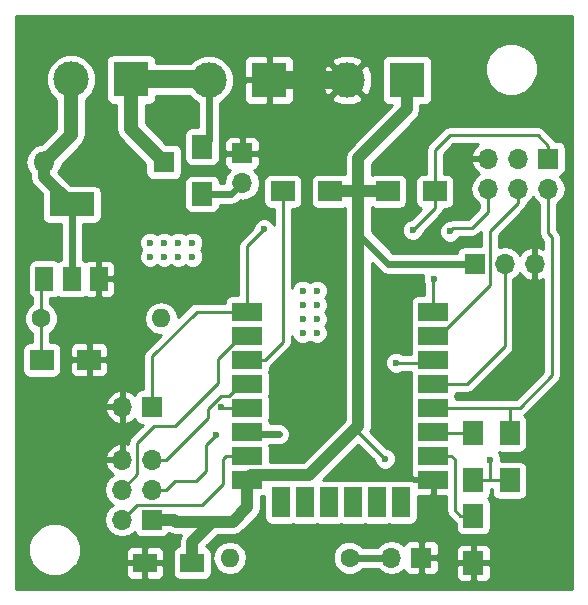
<source format=gtl>
%TF.GenerationSoftware,KiCad,Pcbnew,4.0.6*%
%TF.CreationDate,2017-06-22T12:26:56+02:00*%
%TF.ProjectId,esp8266_irrigation_system,657370383236365F6972726967617469,rev?*%
%TF.FileFunction,Copper,L1,Top,Signal*%
%FSLAX46Y46*%
G04 Gerber Fmt 4.6, Leading zero omitted, Abs format (unit mm)*
G04 Created by KiCad (PCBNEW 4.0.6) date Thu Jun 22 12:26:56 2017*
%MOMM*%
%LPD*%
G01*
G04 APERTURE LIST*
%ADD10C,0.100000*%
%ADD11C,0.600000*%
%ADD12C,1.600000*%
%ADD13O,1.600000X1.600000*%
%ADD14R,1.800000X1.800000*%
%ADD15O,1.800000X1.800000*%
%ADD16R,3.000000X3.000000*%
%ADD17C,3.000000*%
%ADD18R,1.700000X1.700000*%
%ADD19O,1.700000X1.700000*%
%ADD20R,1.700000X2.000000*%
%ADD21R,2.000000X1.700000*%
%ADD22R,2.524000X1.524000*%
%ADD23R,1.524000X2.524000*%
%ADD24R,2.000000X1.600000*%
%ADD25R,3.800000X2.000000*%
%ADD26R,1.500000X2.000000*%
%ADD27C,1.000000*%
%ADD28C,0.250000*%
%ADD29C,0.600000*%
%ADD30C,1.500000*%
%ADD31C,1.200000*%
%ADD32C,0.254000*%
G04 APERTURE END LIST*
D10*
D11*
X130549200Y-77603200D03*
X129349200Y-77603200D03*
X128149200Y-77603200D03*
X126949200Y-77603200D03*
X130549200Y-76403200D03*
X129349200Y-76403200D03*
X128149200Y-76403200D03*
X141077800Y-84067200D03*
X139877800Y-84067200D03*
X141077800Y-82867200D03*
X139877800Y-82867200D03*
X141077800Y-81667200D03*
X139877800Y-81667200D03*
X141077800Y-80467200D03*
X161556400Y-103726800D03*
X160356400Y-103726800D03*
X159156400Y-103726800D03*
X161556400Y-102526800D03*
X160356400Y-102526800D03*
X159156400Y-102526800D03*
X161556400Y-101326800D03*
X160356400Y-101326800D03*
X159156400Y-101326800D03*
X161556400Y-100126800D03*
X160356400Y-100126800D03*
D12*
X143865600Y-103098600D03*
D13*
X133705600Y-103098600D03*
D14*
X128117600Y-69570600D03*
D15*
X117957600Y-69570600D03*
D16*
X125349000Y-62585600D03*
D17*
X120269000Y-62585600D03*
D16*
X137033000Y-62636400D03*
D17*
X131953000Y-62636400D03*
D18*
X160655000Y-69291200D03*
D19*
X160655000Y-71831200D03*
X158115000Y-69291200D03*
X158115000Y-71831200D03*
X155575000Y-69291200D03*
X155575000Y-71831200D03*
D18*
X154432000Y-78206600D03*
D19*
X156972000Y-78206600D03*
X159512000Y-78206600D03*
D20*
X131368800Y-72288400D03*
X131368800Y-68288400D03*
D21*
X151072600Y-72059800D03*
X147072600Y-72059800D03*
X138208000Y-72059800D03*
X142208000Y-72059800D03*
D20*
X154330400Y-103523800D03*
X154330400Y-99523800D03*
X157403800Y-96538800D03*
X157403800Y-92538800D03*
D18*
X127127000Y-90322400D03*
D19*
X124587000Y-90322400D03*
D22*
X150926800Y-82257900D03*
X150926800Y-84289900D03*
X150926800Y-86321900D03*
X150926800Y-88353900D03*
X150926800Y-90385900D03*
X150926800Y-92417900D03*
X150926800Y-94449900D03*
X150926800Y-96481900D03*
X135178800Y-96481900D03*
X135178800Y-94449900D03*
X135178800Y-92417900D03*
X135178800Y-90385900D03*
X135178800Y-88353900D03*
X135178800Y-86321900D03*
X135178800Y-84289900D03*
X135178800Y-82257900D03*
D23*
X138036300Y-98386900D03*
X140068300Y-98386900D03*
X142100300Y-98386900D03*
X144132300Y-98386900D03*
X146164300Y-98386900D03*
X148196300Y-98386900D03*
D18*
X149936200Y-103073200D03*
D19*
X147396200Y-103073200D03*
D18*
X134747000Y-68834000D03*
D19*
X134747000Y-71374000D03*
D24*
X130524000Y-103530400D03*
X126524000Y-103530400D03*
D16*
X148717000Y-62636400D03*
D17*
X143637000Y-62636400D03*
D18*
X127127000Y-99872800D03*
D19*
X124587000Y-99872800D03*
X127127000Y-97332800D03*
X124587000Y-97332800D03*
X127127000Y-94792800D03*
X124587000Y-94792800D03*
D25*
X120319800Y-73177000D03*
D26*
X120319800Y-79477000D03*
X122619800Y-79477000D03*
X118019800Y-79477000D03*
D12*
X117729000Y-82804000D03*
D13*
X127889000Y-82804000D03*
D21*
X117793000Y-86334600D03*
X121793000Y-86334600D03*
D20*
X154330400Y-96538800D03*
X154330400Y-92538800D03*
D11*
X159156400Y-100126800D03*
X139877800Y-80467200D03*
X126949200Y-76403200D03*
X155778200Y-94792800D03*
X146862800Y-94691200D03*
X149199600Y-75336400D03*
X136601200Y-75285600D03*
X152349200Y-75463400D03*
X150977600Y-79451200D03*
X132994400Y-90297000D03*
X137845800Y-92633800D03*
X147777200Y-86563200D03*
X132511800Y-92735400D03*
D27*
X127127000Y-99872800D02*
X128977000Y-99872800D01*
X128977000Y-99872800D02*
X129129400Y-100025200D01*
X129129400Y-100025200D02*
X132229200Y-100025200D01*
D28*
X157403800Y-96538800D02*
X155778200Y-96538800D01*
X155778200Y-96538800D02*
X154330400Y-96538800D01*
X155778200Y-94792800D02*
X155778200Y-95217064D01*
X155778200Y-95217064D02*
X155778200Y-96538800D01*
X144576800Y-91922600D02*
X144576800Y-92405200D01*
X144576800Y-92405200D02*
X146862800Y-94691200D01*
D27*
X144576800Y-72034400D02*
X144576800Y-75641200D01*
X144576800Y-75641200D02*
X144576800Y-91922600D01*
D29*
X154432000Y-78206600D02*
X147142200Y-78206600D01*
X147142200Y-78206600D02*
X144576800Y-75641200D01*
D27*
X147072600Y-72059800D02*
X144602200Y-72059800D01*
X144602200Y-72059800D02*
X144576800Y-72034400D01*
X144576800Y-69276600D02*
X144576800Y-70561200D01*
X144576800Y-70561200D02*
X144576800Y-72034400D01*
X142208000Y-72059800D02*
X144551400Y-72059800D01*
X144551400Y-72059800D02*
X144576800Y-72034400D01*
X140385800Y-96113600D02*
X135547100Y-96113600D01*
X135547100Y-96113600D02*
X135178800Y-96481900D01*
X144576800Y-91922600D02*
X140385800Y-96113600D01*
X148717000Y-62636400D02*
X148717000Y-65136400D01*
X148717000Y-65136400D02*
X144576800Y-69276600D01*
X133045200Y-100025200D02*
X133985000Y-100025200D01*
X130524000Y-103530400D02*
X130524000Y-101730400D01*
X130524000Y-101730400D02*
X132229200Y-100025200D01*
X132229200Y-100025200D02*
X133045200Y-100025200D01*
X133985000Y-100025200D02*
X135178800Y-98831400D01*
X135178800Y-98831400D02*
X135178800Y-96481900D01*
D28*
X130524000Y-103530400D02*
X130724000Y-103530400D01*
X135178800Y-97493900D02*
X135178800Y-96481900D01*
D30*
X137033000Y-62636400D02*
X143637000Y-62636400D01*
D31*
X125349000Y-62585600D02*
X125349000Y-66802000D01*
X125349000Y-66802000D02*
X128117600Y-69570600D01*
D30*
X125349000Y-62585600D02*
X131902200Y-62585600D01*
X131902200Y-62585600D02*
X131953000Y-62636400D01*
D29*
X131953000Y-62636400D02*
X131953000Y-67704200D01*
X131953000Y-67704200D02*
X131368800Y-68288400D01*
X143865600Y-103098600D02*
X147370800Y-103098600D01*
X147370800Y-103098600D02*
X147396200Y-103073200D01*
X131368800Y-72288400D02*
X133832600Y-72288400D01*
X133832600Y-72288400D02*
X134747000Y-71374000D01*
X120319800Y-73177000D02*
X120319800Y-79477000D01*
D27*
X117957600Y-69570600D02*
X117957600Y-70814800D01*
X117957600Y-70814800D02*
X120319800Y-73177000D01*
D31*
X120269000Y-62585600D02*
X120269000Y-67259200D01*
X120269000Y-67259200D02*
X117957600Y-69570600D01*
D28*
X158115000Y-73033281D02*
X158115000Y-71831200D01*
X155727400Y-75420881D02*
X158115000Y-73033281D01*
X155727400Y-79989300D02*
X155727400Y-75420881D01*
X151426800Y-84289900D02*
X155727400Y-79989300D01*
X150926800Y-84289900D02*
X151426800Y-84289900D01*
X127127000Y-90322400D02*
X127127000Y-86029800D01*
X127127000Y-86029800D02*
X130898900Y-82257900D01*
X130898900Y-82257900D02*
X135178800Y-82257900D01*
X149199600Y-75336400D02*
X151072600Y-73463400D01*
X151072600Y-73463400D02*
X151072600Y-72059800D01*
X135178800Y-82257900D02*
X135178800Y-76708000D01*
X135178800Y-76708000D02*
X136601200Y-75285600D01*
X152323800Y-67335400D02*
X151072600Y-68586600D01*
X151072600Y-68586600D02*
X151072600Y-72059800D01*
X159799200Y-67335400D02*
X152323800Y-67335400D01*
X160655000Y-69291200D02*
X160655000Y-68191200D01*
X160655000Y-68191200D02*
X159799200Y-67335400D01*
X154223999Y-75163401D02*
X155575000Y-73812400D01*
X155575000Y-73812400D02*
X155575000Y-71831200D01*
X152349200Y-75463400D02*
X152649199Y-75163401D01*
X152649199Y-75163401D02*
X154223999Y-75163401D01*
X150926800Y-82257900D02*
X150926800Y-79502000D01*
X150926800Y-79502000D02*
X150977600Y-79451200D01*
X158254700Y-90385900D02*
X157403800Y-90385900D01*
X157403800Y-90385900D02*
X150926800Y-90385900D01*
X157403800Y-92538800D02*
X157403800Y-91288800D01*
X157403800Y-91288800D02*
X157403800Y-90385900D01*
X160985200Y-87655400D02*
X158254700Y-90385900D01*
X160985200Y-75946000D02*
X160985200Y-87655400D01*
X160655000Y-75615800D02*
X160985200Y-75946000D01*
X160655000Y-71831200D02*
X160655000Y-75615800D01*
X156972000Y-85191600D02*
X153809700Y-88353900D01*
X153809700Y-88353900D02*
X150926800Y-88353900D01*
X156972000Y-78206600D02*
X156972000Y-85191600D01*
X135178800Y-90385900D02*
X133083300Y-90385900D01*
X133083300Y-90385900D02*
X132994400Y-90297000D01*
D29*
X137845800Y-92633800D02*
X135394700Y-92633800D01*
X135394700Y-92633800D02*
X135178800Y-92417900D01*
D28*
X135178800Y-86321900D02*
X136690800Y-86321900D01*
X136690800Y-86321900D02*
X138208000Y-84804700D01*
X138208000Y-84804700D02*
X138208000Y-73159800D01*
X138208000Y-73159800D02*
X138208000Y-72059800D01*
X152781000Y-94767400D02*
X152463500Y-94449900D01*
X152463500Y-94449900D02*
X150926800Y-94449900D01*
X152781000Y-99074400D02*
X152781000Y-94767400D01*
X154330400Y-99523800D02*
X153230400Y-99523800D01*
X153230400Y-99523800D02*
X152781000Y-99074400D01*
X124587000Y-99872800D02*
X125857000Y-98602800D01*
X125857000Y-98602800D02*
X131394200Y-98602800D01*
X133121400Y-94742000D02*
X133413500Y-94449900D01*
X131394200Y-98602800D02*
X133121400Y-96875600D01*
X133121400Y-96875600D02*
X133121400Y-94742000D01*
X133413500Y-94449900D02*
X135178800Y-94449900D01*
X134678800Y-94449900D02*
X135178800Y-94449900D01*
X131724400Y-95783400D02*
X131724400Y-93522800D01*
X131724400Y-93522800D02*
X132511800Y-92735400D01*
X130886200Y-96621600D02*
X131724400Y-95783400D01*
X129040281Y-96621600D02*
X130886200Y-96621600D01*
X127127000Y-97332800D02*
X128329081Y-97332800D01*
X128329081Y-97332800D02*
X129040281Y-96621600D01*
X147777200Y-86563200D02*
X150685500Y-86563200D01*
X150685500Y-86563200D02*
X150926800Y-86321900D01*
X129032000Y-91948000D02*
X132715000Y-88265000D01*
X132715000Y-88265000D02*
X132715000Y-86253700D01*
X127279400Y-91948000D02*
X129032000Y-91948000D01*
X125882400Y-93345000D02*
X127279400Y-91948000D01*
X125882400Y-96037400D02*
X125882400Y-93345000D01*
X124587000Y-97332800D02*
X125882400Y-96037400D01*
X134678800Y-84289900D02*
X135178800Y-84289900D01*
X132715000Y-86253700D02*
X134678800Y-84289900D01*
X131902200Y-91219681D02*
X131902200Y-90464196D01*
X131902200Y-90464196D02*
X133000496Y-89365900D01*
X127127000Y-94792800D02*
X128329081Y-94792800D01*
X128329081Y-94792800D02*
X131902200Y-91219681D01*
X134678800Y-88353900D02*
X135178800Y-88353900D01*
X133666800Y-89365900D02*
X134678800Y-88353900D01*
X133000496Y-89365900D02*
X133666800Y-89365900D01*
X117729000Y-82804000D02*
X117729000Y-86270600D01*
X117729000Y-86270600D02*
X117793000Y-86334600D01*
X117729000Y-82804000D02*
X117729000Y-79767800D01*
X117729000Y-79767800D02*
X118019800Y-79477000D01*
X154330400Y-92538800D02*
X151047700Y-92538800D01*
X151047700Y-92538800D02*
X150926800Y-92417900D01*
D32*
G36*
X162713600Y-105741400D02*
X115568800Y-105741400D01*
X115568800Y-102855419D01*
X116636613Y-102855419D01*
X116976155Y-103677172D01*
X117604321Y-104306436D01*
X118425481Y-104647411D01*
X119314619Y-104648187D01*
X120136372Y-104308645D01*
X120629727Y-103816150D01*
X124889000Y-103816150D01*
X124889000Y-104456710D01*
X124985673Y-104690099D01*
X125164302Y-104868727D01*
X125397691Y-104965400D01*
X126238250Y-104965400D01*
X126397000Y-104806650D01*
X126397000Y-103657400D01*
X126651000Y-103657400D01*
X126651000Y-104806650D01*
X126809750Y-104965400D01*
X127650309Y-104965400D01*
X127883698Y-104868727D01*
X128062327Y-104690099D01*
X128159000Y-104456710D01*
X128159000Y-103816150D01*
X128000250Y-103657400D01*
X126651000Y-103657400D01*
X126397000Y-103657400D01*
X125047750Y-103657400D01*
X124889000Y-103816150D01*
X120629727Y-103816150D01*
X120765636Y-103680479D01*
X121106611Y-102859319D01*
X121106833Y-102604090D01*
X124889000Y-102604090D01*
X124889000Y-103244650D01*
X125047750Y-103403400D01*
X126397000Y-103403400D01*
X126397000Y-102254150D01*
X126651000Y-102254150D01*
X126651000Y-103403400D01*
X128000250Y-103403400D01*
X128159000Y-103244650D01*
X128159000Y-102604090D01*
X128062327Y-102370701D01*
X127883698Y-102192073D01*
X127650309Y-102095400D01*
X126809750Y-102095400D01*
X126651000Y-102254150D01*
X126397000Y-102254150D01*
X126238250Y-102095400D01*
X125397691Y-102095400D01*
X125164302Y-102192073D01*
X124985673Y-102370701D01*
X124889000Y-102604090D01*
X121106833Y-102604090D01*
X121107387Y-101970181D01*
X120767845Y-101148428D01*
X120139679Y-100519164D01*
X119318519Y-100178189D01*
X118429381Y-100177413D01*
X117607628Y-100516955D01*
X116978364Y-101145121D01*
X116637389Y-101966281D01*
X116636613Y-102855419D01*
X115568800Y-102855419D01*
X115568800Y-97332800D01*
X123072907Y-97332800D01*
X123185946Y-97901085D01*
X123507853Y-98382854D01*
X123837026Y-98602800D01*
X123507853Y-98822746D01*
X123185946Y-99304515D01*
X123072907Y-99872800D01*
X123185946Y-100441085D01*
X123507853Y-100922854D01*
X123989622Y-101244761D01*
X124557907Y-101357800D01*
X124616093Y-101357800D01*
X125184378Y-101244761D01*
X125666147Y-100922854D01*
X125666971Y-100921621D01*
X125673838Y-100958117D01*
X125812910Y-101174241D01*
X126025110Y-101319231D01*
X126277000Y-101370240D01*
X127977000Y-101370240D01*
X128212317Y-101325962D01*
X128428441Y-101186890D01*
X128550808Y-101007800D01*
X128596274Y-101007800D01*
X128695054Y-101073803D01*
X129129400Y-101160200D01*
X129566172Y-101160200D01*
X129475397Y-101296054D01*
X129389000Y-101730400D01*
X129389000Y-102108362D01*
X129288683Y-102127238D01*
X129072559Y-102266310D01*
X128927569Y-102478510D01*
X128876560Y-102730400D01*
X128876560Y-104330400D01*
X128920838Y-104565717D01*
X129059910Y-104781841D01*
X129272110Y-104926831D01*
X129524000Y-104977840D01*
X131524000Y-104977840D01*
X131759317Y-104933562D01*
X131975441Y-104794490D01*
X132120431Y-104582290D01*
X132171440Y-104330400D01*
X132171440Y-103098600D01*
X132242487Y-103098600D01*
X132351720Y-103647751D01*
X132662789Y-104113298D01*
X133128336Y-104424367D01*
X133677487Y-104533600D01*
X133733713Y-104533600D01*
X134282864Y-104424367D01*
X134748411Y-104113298D01*
X135059480Y-103647751D01*
X135112184Y-103382787D01*
X142430352Y-103382787D01*
X142648357Y-103910400D01*
X143051677Y-104314424D01*
X143578909Y-104533350D01*
X144149787Y-104533848D01*
X144677400Y-104315843D01*
X144960136Y-104033600D01*
X146266802Y-104033600D01*
X146346146Y-104152347D01*
X146827915Y-104474254D01*
X147396200Y-104587293D01*
X147964485Y-104474254D01*
X148446254Y-104152347D01*
X148475603Y-104108423D01*
X148547873Y-104282898D01*
X148726501Y-104461527D01*
X148959890Y-104558200D01*
X149650450Y-104558200D01*
X149809200Y-104399450D01*
X149809200Y-103200200D01*
X150063200Y-103200200D01*
X150063200Y-104399450D01*
X150221950Y-104558200D01*
X150912510Y-104558200D01*
X151145899Y-104461527D01*
X151324527Y-104282898D01*
X151421200Y-104049509D01*
X151421200Y-103809550D01*
X152845400Y-103809550D01*
X152845400Y-104650109D01*
X152942073Y-104883498D01*
X153120701Y-105062127D01*
X153354090Y-105158800D01*
X154044650Y-105158800D01*
X154203400Y-105000050D01*
X154203400Y-103650800D01*
X154457400Y-103650800D01*
X154457400Y-105000050D01*
X154616150Y-105158800D01*
X155306710Y-105158800D01*
X155540099Y-105062127D01*
X155718727Y-104883498D01*
X155815400Y-104650109D01*
X155815400Y-103809550D01*
X155656650Y-103650800D01*
X154457400Y-103650800D01*
X154203400Y-103650800D01*
X153004150Y-103650800D01*
X152845400Y-103809550D01*
X151421200Y-103809550D01*
X151421200Y-103358950D01*
X151262450Y-103200200D01*
X150063200Y-103200200D01*
X149809200Y-103200200D01*
X149789200Y-103200200D01*
X149789200Y-102946200D01*
X149809200Y-102946200D01*
X149809200Y-101746950D01*
X150063200Y-101746950D01*
X150063200Y-102946200D01*
X151262450Y-102946200D01*
X151421200Y-102787450D01*
X151421200Y-102397491D01*
X152845400Y-102397491D01*
X152845400Y-103238050D01*
X153004150Y-103396800D01*
X154203400Y-103396800D01*
X154203400Y-102047550D01*
X154457400Y-102047550D01*
X154457400Y-103396800D01*
X155656650Y-103396800D01*
X155815400Y-103238050D01*
X155815400Y-102397491D01*
X155718727Y-102164102D01*
X155540099Y-101985473D01*
X155306710Y-101888800D01*
X154616150Y-101888800D01*
X154457400Y-102047550D01*
X154203400Y-102047550D01*
X154044650Y-101888800D01*
X153354090Y-101888800D01*
X153120701Y-101985473D01*
X152942073Y-102164102D01*
X152845400Y-102397491D01*
X151421200Y-102397491D01*
X151421200Y-102096891D01*
X151324527Y-101863502D01*
X151145899Y-101684873D01*
X150912510Y-101588200D01*
X150221950Y-101588200D01*
X150063200Y-101746950D01*
X149809200Y-101746950D01*
X149650450Y-101588200D01*
X148959890Y-101588200D01*
X148726501Y-101684873D01*
X148547873Y-101863502D01*
X148475603Y-102037977D01*
X148446254Y-101994053D01*
X147964485Y-101672146D01*
X147396200Y-101559107D01*
X146827915Y-101672146D01*
X146346146Y-101994053D01*
X146232859Y-102163600D01*
X144959858Y-102163600D01*
X144679523Y-101882776D01*
X144152291Y-101663850D01*
X143581413Y-101663352D01*
X143053800Y-101881357D01*
X142649776Y-102284677D01*
X142430850Y-102811909D01*
X142430352Y-103382787D01*
X135112184Y-103382787D01*
X135168713Y-103098600D01*
X135059480Y-102549449D01*
X134748411Y-102083902D01*
X134282864Y-101772833D01*
X133733713Y-101663600D01*
X133677487Y-101663600D01*
X133128336Y-101772833D01*
X132662789Y-102083902D01*
X132351720Y-102549449D01*
X132242487Y-103098600D01*
X132171440Y-103098600D01*
X132171440Y-102730400D01*
X132127162Y-102495083D01*
X131988090Y-102278959D01*
X131775890Y-102133969D01*
X131734038Y-102125494D01*
X132699332Y-101160200D01*
X133985000Y-101160200D01*
X134419346Y-101073803D01*
X134787566Y-100827766D01*
X135981366Y-99633966D01*
X136010172Y-99590855D01*
X136227403Y-99265746D01*
X136313800Y-98831400D01*
X136313800Y-97891340D01*
X136440800Y-97891340D01*
X136626860Y-97856330D01*
X136626860Y-99648900D01*
X136671138Y-99884217D01*
X136810210Y-100100341D01*
X137022410Y-100245331D01*
X137274300Y-100296340D01*
X138798300Y-100296340D01*
X139033617Y-100252062D01*
X139049399Y-100241907D01*
X139054410Y-100245331D01*
X139306300Y-100296340D01*
X140830300Y-100296340D01*
X141065617Y-100252062D01*
X141081399Y-100241907D01*
X141086410Y-100245331D01*
X141338300Y-100296340D01*
X142862300Y-100296340D01*
X143097617Y-100252062D01*
X143113399Y-100241907D01*
X143118410Y-100245331D01*
X143370300Y-100296340D01*
X144894300Y-100296340D01*
X145129617Y-100252062D01*
X145145399Y-100241907D01*
X145150410Y-100245331D01*
X145402300Y-100296340D01*
X146926300Y-100296340D01*
X147161617Y-100252062D01*
X147177399Y-100241907D01*
X147182410Y-100245331D01*
X147434300Y-100296340D01*
X148958300Y-100296340D01*
X149193617Y-100252062D01*
X149409741Y-100112990D01*
X149554731Y-99900790D01*
X149605740Y-99648900D01*
X149605740Y-97878900D01*
X150641050Y-97878900D01*
X150799800Y-97720150D01*
X150799800Y-96608900D01*
X149327905Y-96608900D01*
X149210190Y-96528469D01*
X148958300Y-96477460D01*
X147434300Y-96477460D01*
X147198983Y-96521738D01*
X147183201Y-96531893D01*
X147178190Y-96528469D01*
X146926300Y-96477460D01*
X145402300Y-96477460D01*
X145166983Y-96521738D01*
X145151201Y-96531893D01*
X145146190Y-96528469D01*
X144894300Y-96477460D01*
X143370300Y-96477460D01*
X143134983Y-96521738D01*
X143119201Y-96531893D01*
X143114190Y-96528469D01*
X142862300Y-96477460D01*
X141627072Y-96477460D01*
X144600665Y-93503867D01*
X145927678Y-94830880D01*
X145927638Y-94876367D01*
X146069683Y-95220143D01*
X146332473Y-95483392D01*
X146676001Y-95626038D01*
X147047967Y-95626362D01*
X147391743Y-95484317D01*
X147654992Y-95221527D01*
X147797638Y-94877999D01*
X147797962Y-94506033D01*
X147655917Y-94162257D01*
X147393127Y-93899008D01*
X147049599Y-93756362D01*
X147002723Y-93756321D01*
X145616569Y-92370167D01*
X145625403Y-92356946D01*
X145711800Y-91922600D01*
X145711800Y-78098490D01*
X146481055Y-78867745D01*
X146784391Y-79070427D01*
X147142200Y-79141600D01*
X150093754Y-79141600D01*
X150042762Y-79264401D01*
X150042438Y-79636367D01*
X150166800Y-79937347D01*
X150166800Y-80848460D01*
X149664800Y-80848460D01*
X149429483Y-80892738D01*
X149213359Y-81031810D01*
X149068369Y-81244010D01*
X149017360Y-81495900D01*
X149017360Y-83019900D01*
X149061638Y-83255217D01*
X149071793Y-83270999D01*
X149068369Y-83276010D01*
X149017360Y-83527900D01*
X149017360Y-85051900D01*
X149061638Y-85287217D01*
X149071793Y-85302999D01*
X149068369Y-85308010D01*
X149017360Y-85559900D01*
X149017360Y-85803200D01*
X148339663Y-85803200D01*
X148307527Y-85771008D01*
X147963999Y-85628362D01*
X147592033Y-85628038D01*
X147248257Y-85770083D01*
X146985008Y-86032873D01*
X146842362Y-86376401D01*
X146842038Y-86748367D01*
X146984083Y-87092143D01*
X147246873Y-87355392D01*
X147590401Y-87498038D01*
X147962367Y-87498362D01*
X148306143Y-87356317D01*
X148339318Y-87323200D01*
X149064201Y-87323200D01*
X149071793Y-87334999D01*
X149068369Y-87340010D01*
X149017360Y-87591900D01*
X149017360Y-89115900D01*
X149061638Y-89351217D01*
X149071793Y-89366999D01*
X149068369Y-89372010D01*
X149017360Y-89623900D01*
X149017360Y-91147900D01*
X149061638Y-91383217D01*
X149071793Y-91398999D01*
X149068369Y-91404010D01*
X149017360Y-91655900D01*
X149017360Y-93179900D01*
X149061638Y-93415217D01*
X149071793Y-93430999D01*
X149068369Y-93436010D01*
X149017360Y-93687900D01*
X149017360Y-95211900D01*
X149061638Y-95447217D01*
X149079154Y-95474438D01*
X149029800Y-95593590D01*
X149029800Y-96196150D01*
X149188550Y-96354900D01*
X150799800Y-96354900D01*
X150799800Y-96334900D01*
X151053800Y-96334900D01*
X151053800Y-96354900D01*
X151073800Y-96354900D01*
X151073800Y-96608900D01*
X151053800Y-96608900D01*
X151053800Y-97720150D01*
X151212550Y-97878900D01*
X152021000Y-97878900D01*
X152021000Y-99074400D01*
X152078852Y-99365239D01*
X152243599Y-99611801D01*
X152692999Y-100061201D01*
X152832960Y-100154720D01*
X152832960Y-100523800D01*
X152877238Y-100759117D01*
X153016310Y-100975241D01*
X153228510Y-101120231D01*
X153480400Y-101171240D01*
X155180400Y-101171240D01*
X155415717Y-101126962D01*
X155631841Y-100987890D01*
X155776831Y-100775690D01*
X155827840Y-100523800D01*
X155827840Y-98523800D01*
X155783562Y-98288483D01*
X155644490Y-98072359D01*
X155585995Y-98032391D01*
X155631841Y-98002890D01*
X155776831Y-97790690D01*
X155827840Y-97538800D01*
X155827840Y-97298800D01*
X155906360Y-97298800D01*
X155906360Y-97538800D01*
X155950638Y-97774117D01*
X156089710Y-97990241D01*
X156301910Y-98135231D01*
X156553800Y-98186240D01*
X158253800Y-98186240D01*
X158489117Y-98141962D01*
X158705241Y-98002890D01*
X158850231Y-97790690D01*
X158901240Y-97538800D01*
X158901240Y-95538800D01*
X158856962Y-95303483D01*
X158717890Y-95087359D01*
X158505690Y-94942369D01*
X158253800Y-94891360D01*
X156713115Y-94891360D01*
X156713362Y-94607633D01*
X156571317Y-94263857D01*
X156478642Y-94171020D01*
X156553800Y-94186240D01*
X158253800Y-94186240D01*
X158489117Y-94141962D01*
X158705241Y-94002890D01*
X158850231Y-93790690D01*
X158901240Y-93538800D01*
X158901240Y-91538800D01*
X158856962Y-91303483D01*
X158717890Y-91087359D01*
X158633187Y-91029484D01*
X158792101Y-90923301D01*
X161522601Y-88192801D01*
X161687348Y-87946239D01*
X161745200Y-87655400D01*
X161745200Y-75946000D01*
X161730654Y-75872873D01*
X161687348Y-75655160D01*
X161522601Y-75408599D01*
X161415000Y-75300998D01*
X161415000Y-73104154D01*
X161705054Y-72910347D01*
X162026961Y-72428578D01*
X162140000Y-71860293D01*
X162140000Y-71802107D01*
X162026961Y-71233822D01*
X161705054Y-70752053D01*
X161703821Y-70751229D01*
X161740317Y-70744362D01*
X161956441Y-70605290D01*
X162101431Y-70393090D01*
X162152440Y-70141200D01*
X162152440Y-68441200D01*
X162108162Y-68205883D01*
X161969090Y-67989759D01*
X161756890Y-67844769D01*
X161505000Y-67793760D01*
X161285920Y-67793760D01*
X161192401Y-67653799D01*
X160336601Y-66797999D01*
X160090039Y-66633252D01*
X159799200Y-66575400D01*
X152323800Y-66575400D01*
X152032961Y-66633252D01*
X151786399Y-66797999D01*
X150535199Y-68049199D01*
X150370452Y-68295761D01*
X150312600Y-68586600D01*
X150312600Y-70562360D01*
X150072600Y-70562360D01*
X149837283Y-70606638D01*
X149621159Y-70745710D01*
X149476169Y-70957910D01*
X149425160Y-71209800D01*
X149425160Y-72909800D01*
X149469438Y-73145117D01*
X149608510Y-73361241D01*
X149820710Y-73506231D01*
X149932358Y-73528840D01*
X149059920Y-74401278D01*
X149014433Y-74401238D01*
X148670657Y-74543283D01*
X148407408Y-74806073D01*
X148264762Y-75149601D01*
X148264438Y-75521567D01*
X148406483Y-75865343D01*
X148669273Y-76128592D01*
X149012801Y-76271238D01*
X149384767Y-76271562D01*
X149728543Y-76129517D01*
X149991792Y-75866727D01*
X150134438Y-75523199D01*
X150134479Y-75476323D01*
X151610001Y-74000801D01*
X151774748Y-73754239D01*
X151813934Y-73557240D01*
X152072600Y-73557240D01*
X152307917Y-73512962D01*
X152524041Y-73373890D01*
X152669031Y-73161690D01*
X152720040Y-72909800D01*
X152720040Y-71209800D01*
X152675762Y-70974483D01*
X152536690Y-70758359D01*
X152324490Y-70613369D01*
X152072600Y-70562360D01*
X151832600Y-70562360D01*
X151832600Y-68901402D01*
X152638602Y-68095400D01*
X154724852Y-68095400D01*
X154379817Y-68409842D01*
X154133514Y-68934308D01*
X154254181Y-69164200D01*
X155448000Y-69164200D01*
X155448000Y-69144200D01*
X155702000Y-69144200D01*
X155702000Y-69164200D01*
X155722000Y-69164200D01*
X155722000Y-69418200D01*
X155702000Y-69418200D01*
X155702000Y-69438200D01*
X155448000Y-69438200D01*
X155448000Y-69418200D01*
X154254181Y-69418200D01*
X154133514Y-69648092D01*
X154379817Y-70172558D01*
X154808076Y-70562845D01*
X154808101Y-70562855D01*
X154524946Y-70752053D01*
X154203039Y-71233822D01*
X154090000Y-71802107D01*
X154090000Y-71860293D01*
X154203039Y-72428578D01*
X154524946Y-72910347D01*
X154815000Y-73104154D01*
X154815000Y-73497598D01*
X153909197Y-74403401D01*
X152649199Y-74403401D01*
X152358360Y-74461253D01*
X152257987Y-74528320D01*
X152164033Y-74528238D01*
X151820257Y-74670283D01*
X151557008Y-74933073D01*
X151414362Y-75276601D01*
X151414038Y-75648567D01*
X151556083Y-75992343D01*
X151818873Y-76255592D01*
X152162401Y-76398238D01*
X152534367Y-76398562D01*
X152878143Y-76256517D01*
X153141392Y-75993727D01*
X153170594Y-75923401D01*
X154223999Y-75923401D01*
X154514838Y-75865549D01*
X154761400Y-75700802D01*
X154967400Y-75494802D01*
X154967400Y-76709160D01*
X153582000Y-76709160D01*
X153346683Y-76753438D01*
X153130559Y-76892510D01*
X152985569Y-77104710D01*
X152951773Y-77271600D01*
X147529490Y-77271600D01*
X145711800Y-75453910D01*
X145711800Y-73431816D01*
X145820710Y-73506231D01*
X146072600Y-73557240D01*
X148072600Y-73557240D01*
X148307917Y-73512962D01*
X148524041Y-73373890D01*
X148669031Y-73161690D01*
X148720040Y-72909800D01*
X148720040Y-71209800D01*
X148675762Y-70974483D01*
X148536690Y-70758359D01*
X148324490Y-70613369D01*
X148072600Y-70562360D01*
X146072600Y-70562360D01*
X145837283Y-70606638D01*
X145711800Y-70687384D01*
X145711800Y-69746732D01*
X149519566Y-65938966D01*
X149705291Y-65661009D01*
X149765603Y-65570746D01*
X149852000Y-65136400D01*
X149852000Y-64783840D01*
X150217000Y-64783840D01*
X150452317Y-64739562D01*
X150668441Y-64600490D01*
X150813431Y-64388290D01*
X150864440Y-64136400D01*
X150864440Y-62164619D01*
X155295413Y-62164619D01*
X155634955Y-62986372D01*
X156263121Y-63615636D01*
X157084281Y-63956611D01*
X157973419Y-63957387D01*
X158795172Y-63617845D01*
X159424436Y-62989679D01*
X159765411Y-62168519D01*
X159766187Y-61279381D01*
X159426645Y-60457628D01*
X158798479Y-59828364D01*
X157977319Y-59487389D01*
X157088181Y-59486613D01*
X156266428Y-59826155D01*
X155637164Y-60454321D01*
X155296189Y-61275481D01*
X155295413Y-62164619D01*
X150864440Y-62164619D01*
X150864440Y-61136400D01*
X150820162Y-60901083D01*
X150681090Y-60684959D01*
X150468890Y-60539969D01*
X150217000Y-60488960D01*
X147217000Y-60488960D01*
X146981683Y-60533238D01*
X146765559Y-60672310D01*
X146620569Y-60884510D01*
X146569560Y-61136400D01*
X146569560Y-64136400D01*
X146613838Y-64371717D01*
X146752910Y-64587841D01*
X146965110Y-64732831D01*
X147217000Y-64783840D01*
X147464428Y-64783840D01*
X143774234Y-68474034D01*
X143528197Y-68842254D01*
X143441800Y-69276600D01*
X143441800Y-70609706D01*
X143208000Y-70562360D01*
X141208000Y-70562360D01*
X140972683Y-70606638D01*
X140756559Y-70745710D01*
X140611569Y-70957910D01*
X140560560Y-71209800D01*
X140560560Y-72909800D01*
X140604838Y-73145117D01*
X140743910Y-73361241D01*
X140956110Y-73506231D01*
X141208000Y-73557240D01*
X143208000Y-73557240D01*
X143441800Y-73513247D01*
X143441800Y-91452468D01*
X139915668Y-94978600D01*
X137088240Y-94978600D01*
X137088240Y-93687900D01*
X137065830Y-93568800D01*
X137844984Y-93568800D01*
X138030967Y-93568962D01*
X138374743Y-93426917D01*
X138637992Y-93164127D01*
X138780638Y-92820599D01*
X138780962Y-92448633D01*
X138638917Y-92104857D01*
X138376127Y-91841608D01*
X138032599Y-91698962D01*
X137660633Y-91698638D01*
X137660241Y-91698800D01*
X137088240Y-91698800D01*
X137088240Y-91655900D01*
X137043962Y-91420583D01*
X137033807Y-91404801D01*
X137037231Y-91399790D01*
X137088240Y-91147900D01*
X137088240Y-89623900D01*
X137043962Y-89388583D01*
X137033807Y-89372801D01*
X137037231Y-89367790D01*
X137088240Y-89115900D01*
X137088240Y-87591900D01*
X137043962Y-87356583D01*
X137033807Y-87340801D01*
X137037231Y-87335790D01*
X137088240Y-87083900D01*
X137088240Y-86952820D01*
X137228201Y-86859301D01*
X138745401Y-85342101D01*
X138910148Y-85095539D01*
X138968000Y-84804700D01*
X138968000Y-84313748D01*
X139084683Y-84596143D01*
X139347473Y-84859392D01*
X139691001Y-85002038D01*
X140062967Y-85002362D01*
X140406743Y-84860317D01*
X140477693Y-84789490D01*
X140547473Y-84859392D01*
X140891001Y-85002038D01*
X141262967Y-85002362D01*
X141606743Y-84860317D01*
X141869992Y-84597527D01*
X142012638Y-84253999D01*
X142012962Y-83882033D01*
X141870917Y-83538257D01*
X141800090Y-83467307D01*
X141869992Y-83397527D01*
X142012638Y-83053999D01*
X142012962Y-82682033D01*
X141870917Y-82338257D01*
X141800090Y-82267307D01*
X141869992Y-82197527D01*
X142012638Y-81853999D01*
X142012962Y-81482033D01*
X141870917Y-81138257D01*
X141800090Y-81067307D01*
X141869992Y-80997527D01*
X142012638Y-80653999D01*
X142012962Y-80282033D01*
X141870917Y-79938257D01*
X141608127Y-79675008D01*
X141264599Y-79532362D01*
X140892633Y-79532038D01*
X140548857Y-79674083D01*
X140477907Y-79744910D01*
X140408127Y-79675008D01*
X140064599Y-79532362D01*
X139692633Y-79532038D01*
X139348857Y-79674083D01*
X139085608Y-79936873D01*
X138968000Y-80220103D01*
X138968000Y-73557240D01*
X139208000Y-73557240D01*
X139443317Y-73512962D01*
X139659441Y-73373890D01*
X139804431Y-73161690D01*
X139855440Y-72909800D01*
X139855440Y-71209800D01*
X139811162Y-70974483D01*
X139672090Y-70758359D01*
X139459890Y-70613369D01*
X139208000Y-70562360D01*
X137208000Y-70562360D01*
X136972683Y-70606638D01*
X136756559Y-70745710D01*
X136611569Y-70957910D01*
X136560560Y-71209800D01*
X136560560Y-72909800D01*
X136604838Y-73145117D01*
X136743910Y-73361241D01*
X136956110Y-73506231D01*
X137208000Y-73557240D01*
X137448000Y-73557240D01*
X137448000Y-74886580D01*
X137394317Y-74756657D01*
X137131527Y-74493408D01*
X136787999Y-74350762D01*
X136416033Y-74350438D01*
X136072257Y-74492483D01*
X135809008Y-74755273D01*
X135666362Y-75098801D01*
X135666321Y-75145677D01*
X134641399Y-76170599D01*
X134476652Y-76417161D01*
X134418800Y-76708000D01*
X134418800Y-80848460D01*
X133916800Y-80848460D01*
X133681483Y-80892738D01*
X133465359Y-81031810D01*
X133320369Y-81244010D01*
X133269360Y-81495900D01*
X133269360Y-81497900D01*
X130898900Y-81497900D01*
X130608061Y-81555752D01*
X130361499Y-81720499D01*
X129339817Y-82742181D01*
X129242880Y-82254849D01*
X128931811Y-81789302D01*
X128466264Y-81478233D01*
X127917113Y-81369000D01*
X127860887Y-81369000D01*
X127311736Y-81478233D01*
X126846189Y-81789302D01*
X126535120Y-82254849D01*
X126425887Y-82804000D01*
X126535120Y-83353151D01*
X126846189Y-83818698D01*
X127311736Y-84129767D01*
X127845966Y-84236032D01*
X126589599Y-85492399D01*
X126424852Y-85738961D01*
X126367000Y-86029800D01*
X126367000Y-88824960D01*
X126277000Y-88824960D01*
X126041683Y-88869238D01*
X125825559Y-89008310D01*
X125680569Y-89220510D01*
X125658699Y-89328507D01*
X125353924Y-89050755D01*
X124943890Y-88880924D01*
X124714000Y-89002245D01*
X124714000Y-90195400D01*
X124734000Y-90195400D01*
X124734000Y-90449400D01*
X124714000Y-90449400D01*
X124714000Y-91642555D01*
X124943890Y-91763876D01*
X125353924Y-91594045D01*
X125656937Y-91317899D01*
X125673838Y-91407717D01*
X125812910Y-91623841D01*
X126025110Y-91768831D01*
X126277000Y-91819840D01*
X126332758Y-91819840D01*
X125344999Y-92807599D01*
X125180252Y-93054161D01*
X125122400Y-93345000D01*
X125122400Y-93435146D01*
X124943892Y-93351314D01*
X124714000Y-93471981D01*
X124714000Y-94665800D01*
X124734000Y-94665800D01*
X124734000Y-94919800D01*
X124714000Y-94919800D01*
X124714000Y-94939800D01*
X124460000Y-94939800D01*
X124460000Y-94919800D01*
X123266845Y-94919800D01*
X123145524Y-95149690D01*
X123315355Y-95559724D01*
X123705642Y-95987983D01*
X123848553Y-96055098D01*
X123507853Y-96282746D01*
X123185946Y-96764515D01*
X123072907Y-97332800D01*
X115568800Y-97332800D01*
X115568800Y-94435910D01*
X123145524Y-94435910D01*
X123266845Y-94665800D01*
X124460000Y-94665800D01*
X124460000Y-93471981D01*
X124230108Y-93351314D01*
X123705642Y-93597617D01*
X123315355Y-94025876D01*
X123145524Y-94435910D01*
X115568800Y-94435910D01*
X115568800Y-90679292D01*
X123145514Y-90679292D01*
X123391817Y-91203758D01*
X123820076Y-91594045D01*
X124230110Y-91763876D01*
X124460000Y-91642555D01*
X124460000Y-90449400D01*
X123266181Y-90449400D01*
X123145514Y-90679292D01*
X115568800Y-90679292D01*
X115568800Y-89965508D01*
X123145514Y-89965508D01*
X123266181Y-90195400D01*
X124460000Y-90195400D01*
X124460000Y-89002245D01*
X124230110Y-88880924D01*
X123820076Y-89050755D01*
X123391817Y-89441042D01*
X123145514Y-89965508D01*
X115568800Y-89965508D01*
X115568800Y-85484600D01*
X116145560Y-85484600D01*
X116145560Y-87184600D01*
X116189838Y-87419917D01*
X116328910Y-87636041D01*
X116541110Y-87781031D01*
X116793000Y-87832040D01*
X118793000Y-87832040D01*
X119028317Y-87787762D01*
X119244441Y-87648690D01*
X119389431Y-87436490D01*
X119440440Y-87184600D01*
X119440440Y-86620350D01*
X120158000Y-86620350D01*
X120158000Y-87310910D01*
X120254673Y-87544299D01*
X120433302Y-87722927D01*
X120666691Y-87819600D01*
X121507250Y-87819600D01*
X121666000Y-87660850D01*
X121666000Y-86461600D01*
X121920000Y-86461600D01*
X121920000Y-87660850D01*
X122078750Y-87819600D01*
X122919309Y-87819600D01*
X123152698Y-87722927D01*
X123331327Y-87544299D01*
X123428000Y-87310910D01*
X123428000Y-86620350D01*
X123269250Y-86461600D01*
X121920000Y-86461600D01*
X121666000Y-86461600D01*
X120316750Y-86461600D01*
X120158000Y-86620350D01*
X119440440Y-86620350D01*
X119440440Y-85484600D01*
X119416674Y-85358290D01*
X120158000Y-85358290D01*
X120158000Y-86048850D01*
X120316750Y-86207600D01*
X121666000Y-86207600D01*
X121666000Y-85008350D01*
X121920000Y-85008350D01*
X121920000Y-86207600D01*
X123269250Y-86207600D01*
X123428000Y-86048850D01*
X123428000Y-85358290D01*
X123331327Y-85124901D01*
X123152698Y-84946273D01*
X122919309Y-84849600D01*
X122078750Y-84849600D01*
X121920000Y-85008350D01*
X121666000Y-85008350D01*
X121507250Y-84849600D01*
X120666691Y-84849600D01*
X120433302Y-84946273D01*
X120254673Y-85124901D01*
X120158000Y-85358290D01*
X119416674Y-85358290D01*
X119396162Y-85249283D01*
X119257090Y-85033159D01*
X119044890Y-84888169D01*
X118793000Y-84837160D01*
X118489000Y-84837160D01*
X118489000Y-84042646D01*
X118540800Y-84021243D01*
X118944824Y-83617923D01*
X119163750Y-83090691D01*
X119164248Y-82519813D01*
X118946243Y-81992200D01*
X118542923Y-81588176D01*
X118489000Y-81565785D01*
X118489000Y-81124440D01*
X118769800Y-81124440D01*
X119005117Y-81080162D01*
X119171277Y-80973241D01*
X119317910Y-81073431D01*
X119569800Y-81124440D01*
X121069800Y-81124440D01*
X121305117Y-81080162D01*
X121469292Y-80974518D01*
X121510101Y-81015327D01*
X121743490Y-81112000D01*
X122334050Y-81112000D01*
X122492800Y-80953250D01*
X122492800Y-79604000D01*
X122746800Y-79604000D01*
X122746800Y-80953250D01*
X122905550Y-81112000D01*
X123496110Y-81112000D01*
X123729499Y-81015327D01*
X123908127Y-80836698D01*
X124004800Y-80603309D01*
X124004800Y-79762750D01*
X123846050Y-79604000D01*
X122746800Y-79604000D01*
X122492800Y-79604000D01*
X122472800Y-79604000D01*
X122472800Y-79350000D01*
X122492800Y-79350000D01*
X122492800Y-78000750D01*
X122746800Y-78000750D01*
X122746800Y-79350000D01*
X123846050Y-79350000D01*
X124004800Y-79191250D01*
X124004800Y-78350691D01*
X123908127Y-78117302D01*
X123729499Y-77938673D01*
X123496110Y-77842000D01*
X122905550Y-77842000D01*
X122746800Y-78000750D01*
X122492800Y-78000750D01*
X122334050Y-77842000D01*
X121743490Y-77842000D01*
X121510101Y-77938673D01*
X121468140Y-77980634D01*
X121321690Y-77880569D01*
X121254800Y-77867023D01*
X121254800Y-76588367D01*
X126014038Y-76588367D01*
X126156083Y-76932143D01*
X126226910Y-77003093D01*
X126157008Y-77072873D01*
X126014362Y-77416401D01*
X126014038Y-77788367D01*
X126156083Y-78132143D01*
X126418873Y-78395392D01*
X126762401Y-78538038D01*
X127134367Y-78538362D01*
X127478143Y-78396317D01*
X127549093Y-78325490D01*
X127618873Y-78395392D01*
X127962401Y-78538038D01*
X128334367Y-78538362D01*
X128678143Y-78396317D01*
X128749093Y-78325490D01*
X128818873Y-78395392D01*
X129162401Y-78538038D01*
X129534367Y-78538362D01*
X129878143Y-78396317D01*
X129949093Y-78325490D01*
X130018873Y-78395392D01*
X130362401Y-78538038D01*
X130734367Y-78538362D01*
X131078143Y-78396317D01*
X131341392Y-78133527D01*
X131484038Y-77789999D01*
X131484362Y-77418033D01*
X131342317Y-77074257D01*
X131271490Y-77003307D01*
X131341392Y-76933527D01*
X131484038Y-76589999D01*
X131484362Y-76218033D01*
X131342317Y-75874257D01*
X131079527Y-75611008D01*
X130735999Y-75468362D01*
X130364033Y-75468038D01*
X130020257Y-75610083D01*
X129949307Y-75680910D01*
X129879527Y-75611008D01*
X129535999Y-75468362D01*
X129164033Y-75468038D01*
X128820257Y-75610083D01*
X128749307Y-75680910D01*
X128679527Y-75611008D01*
X128335999Y-75468362D01*
X127964033Y-75468038D01*
X127620257Y-75610083D01*
X127549307Y-75680910D01*
X127479527Y-75611008D01*
X127135999Y-75468362D01*
X126764033Y-75468038D01*
X126420257Y-75610083D01*
X126157008Y-75872873D01*
X126014362Y-76216401D01*
X126014038Y-76588367D01*
X121254800Y-76588367D01*
X121254800Y-74824440D01*
X122219800Y-74824440D01*
X122455117Y-74780162D01*
X122671241Y-74641090D01*
X122816231Y-74428890D01*
X122867240Y-74177000D01*
X122867240Y-72177000D01*
X122822962Y-71941683D01*
X122683890Y-71725559D01*
X122471690Y-71580569D01*
X122219800Y-71529560D01*
X120277492Y-71529560D01*
X120036332Y-71288400D01*
X129871360Y-71288400D01*
X129871360Y-73288400D01*
X129915638Y-73523717D01*
X130054710Y-73739841D01*
X130266910Y-73884831D01*
X130518800Y-73935840D01*
X132218800Y-73935840D01*
X132454117Y-73891562D01*
X132670241Y-73752490D01*
X132815231Y-73540290D01*
X132866240Y-73288400D01*
X132866240Y-73223400D01*
X133832600Y-73223400D01*
X134190409Y-73152227D01*
X134493745Y-72949545D01*
X134606459Y-72836831D01*
X134717907Y-72859000D01*
X134776093Y-72859000D01*
X135344378Y-72745961D01*
X135826147Y-72424054D01*
X136148054Y-71942285D01*
X136261093Y-71374000D01*
X136148054Y-70805715D01*
X135826147Y-70323946D01*
X135782223Y-70294597D01*
X135956698Y-70222327D01*
X136135327Y-70043699D01*
X136232000Y-69810310D01*
X136232000Y-69119750D01*
X136073250Y-68961000D01*
X134874000Y-68961000D01*
X134874000Y-68981000D01*
X134620000Y-68981000D01*
X134620000Y-68961000D01*
X133420750Y-68961000D01*
X133262000Y-69119750D01*
X133262000Y-69810310D01*
X133358673Y-70043699D01*
X133537302Y-70222327D01*
X133711777Y-70294597D01*
X133667853Y-70323946D01*
X133345946Y-70805715D01*
X133237005Y-71353400D01*
X132866240Y-71353400D01*
X132866240Y-71288400D01*
X132821962Y-71053083D01*
X132682890Y-70836959D01*
X132470690Y-70691969D01*
X132218800Y-70640960D01*
X130518800Y-70640960D01*
X130283483Y-70685238D01*
X130067359Y-70824310D01*
X129922369Y-71036510D01*
X129871360Y-71288400D01*
X120036332Y-71288400D01*
X119205605Y-70457673D01*
X119405827Y-70158019D01*
X119477609Y-69797145D01*
X121142277Y-68132477D01*
X121409991Y-67731814D01*
X121504000Y-67259200D01*
X121504000Y-64369467D01*
X122077909Y-63796559D01*
X122403628Y-63012141D01*
X122404370Y-62162785D01*
X122080020Y-61377800D01*
X121788330Y-61085600D01*
X123201560Y-61085600D01*
X123201560Y-64085600D01*
X123245838Y-64320917D01*
X123384910Y-64537041D01*
X123597110Y-64682031D01*
X123849000Y-64733040D01*
X124114000Y-64733040D01*
X124114000Y-66802000D01*
X124208009Y-67274614D01*
X124475723Y-67675277D01*
X126570160Y-69769714D01*
X126570160Y-70470600D01*
X126614438Y-70705917D01*
X126753510Y-70922041D01*
X126965710Y-71067031D01*
X127217600Y-71118040D01*
X129017600Y-71118040D01*
X129252917Y-71073762D01*
X129469041Y-70934690D01*
X129614031Y-70722490D01*
X129665040Y-70470600D01*
X129665040Y-68670600D01*
X129620762Y-68435283D01*
X129481690Y-68219159D01*
X129269490Y-68074169D01*
X129017600Y-68023160D01*
X128316714Y-68023160D01*
X126584000Y-66290446D01*
X126584000Y-64733040D01*
X126849000Y-64733040D01*
X127084317Y-64688762D01*
X127300441Y-64549690D01*
X127445431Y-64337490D01*
X127496440Y-64085600D01*
X127496440Y-63970600D01*
X130268160Y-63970600D01*
X130742041Y-64445309D01*
X131018000Y-64559897D01*
X131018000Y-66640960D01*
X130518800Y-66640960D01*
X130283483Y-66685238D01*
X130067359Y-66824310D01*
X129922369Y-67036510D01*
X129871360Y-67288400D01*
X129871360Y-69288400D01*
X129915638Y-69523717D01*
X130054710Y-69739841D01*
X130266910Y-69884831D01*
X130518800Y-69935840D01*
X132218800Y-69935840D01*
X132454117Y-69891562D01*
X132670241Y-69752490D01*
X132815231Y-69540290D01*
X132866240Y-69288400D01*
X132866240Y-67857690D01*
X133262000Y-67857690D01*
X133262000Y-68548250D01*
X133420750Y-68707000D01*
X134620000Y-68707000D01*
X134620000Y-67507750D01*
X134874000Y-67507750D01*
X134874000Y-68707000D01*
X136073250Y-68707000D01*
X136232000Y-68548250D01*
X136232000Y-67857690D01*
X136135327Y-67624301D01*
X135956698Y-67445673D01*
X135723309Y-67349000D01*
X135032750Y-67349000D01*
X134874000Y-67507750D01*
X134620000Y-67507750D01*
X134461250Y-67349000D01*
X133770691Y-67349000D01*
X133537302Y-67445673D01*
X133358673Y-67624301D01*
X133262000Y-67857690D01*
X132866240Y-67857690D01*
X132866240Y-67813598D01*
X132888001Y-67704200D01*
X132888000Y-67704195D01*
X132888000Y-64560139D01*
X133160800Y-64447420D01*
X133761909Y-63847359D01*
X134087628Y-63062941D01*
X134087750Y-62922150D01*
X134898000Y-62922150D01*
X134898000Y-64262710D01*
X134994673Y-64496099D01*
X135173302Y-64674727D01*
X135406691Y-64771400D01*
X136747250Y-64771400D01*
X136906000Y-64612650D01*
X136906000Y-62763400D01*
X137160000Y-62763400D01*
X137160000Y-64612650D01*
X137318750Y-64771400D01*
X138659309Y-64771400D01*
X138892698Y-64674727D01*
X139071327Y-64496099D01*
X139168000Y-64262710D01*
X139168000Y-64150370D01*
X142302635Y-64150370D01*
X142462418Y-64469139D01*
X143253187Y-64779123D01*
X144102387Y-64762897D01*
X144811582Y-64469139D01*
X144971365Y-64150370D01*
X143637000Y-62816005D01*
X142302635Y-64150370D01*
X139168000Y-64150370D01*
X139168000Y-62922150D01*
X139009250Y-62763400D01*
X137160000Y-62763400D01*
X136906000Y-62763400D01*
X135056750Y-62763400D01*
X134898000Y-62922150D01*
X134087750Y-62922150D01*
X134088370Y-62213585D01*
X133764020Y-61428600D01*
X133346240Y-61010090D01*
X134898000Y-61010090D01*
X134898000Y-62350650D01*
X135056750Y-62509400D01*
X136906000Y-62509400D01*
X136906000Y-60660150D01*
X137160000Y-60660150D01*
X137160000Y-62509400D01*
X139009250Y-62509400D01*
X139168000Y-62350650D01*
X139168000Y-62252587D01*
X141494277Y-62252587D01*
X141510503Y-63101787D01*
X141804261Y-63810982D01*
X142123030Y-63970765D01*
X143457395Y-62636400D01*
X143816605Y-62636400D01*
X145150970Y-63970765D01*
X145469739Y-63810982D01*
X145779723Y-63020213D01*
X145763497Y-62171013D01*
X145469739Y-61461818D01*
X145150970Y-61302035D01*
X143816605Y-62636400D01*
X143457395Y-62636400D01*
X142123030Y-61302035D01*
X141804261Y-61461818D01*
X141494277Y-62252587D01*
X139168000Y-62252587D01*
X139168000Y-61122430D01*
X142302635Y-61122430D01*
X143637000Y-62456795D01*
X144971365Y-61122430D01*
X144811582Y-60803661D01*
X144020813Y-60493677D01*
X143171613Y-60509903D01*
X142462418Y-60803661D01*
X142302635Y-61122430D01*
X139168000Y-61122430D01*
X139168000Y-61010090D01*
X139071327Y-60776701D01*
X138892698Y-60598073D01*
X138659309Y-60501400D01*
X137318750Y-60501400D01*
X137160000Y-60660150D01*
X136906000Y-60660150D01*
X136747250Y-60501400D01*
X135406691Y-60501400D01*
X135173302Y-60598073D01*
X134994673Y-60776701D01*
X134898000Y-61010090D01*
X133346240Y-61010090D01*
X133163959Y-60827491D01*
X132379541Y-60501772D01*
X131530185Y-60501030D01*
X130745200Y-60825380D01*
X130369325Y-61200600D01*
X127496440Y-61200600D01*
X127496440Y-61085600D01*
X127452162Y-60850283D01*
X127313090Y-60634159D01*
X127100890Y-60489169D01*
X126849000Y-60438160D01*
X123849000Y-60438160D01*
X123613683Y-60482438D01*
X123397559Y-60621510D01*
X123252569Y-60833710D01*
X123201560Y-61085600D01*
X121788330Y-61085600D01*
X121479959Y-60776691D01*
X120695541Y-60450972D01*
X119846185Y-60450230D01*
X119061200Y-60774580D01*
X118460091Y-61374641D01*
X118134372Y-62159059D01*
X118133630Y-63008415D01*
X118457980Y-63793400D01*
X119034000Y-64370426D01*
X119034000Y-66747646D01*
X117700983Y-68080663D01*
X117340109Y-68152445D01*
X116842119Y-68485191D01*
X116509373Y-68983181D01*
X116392528Y-69570600D01*
X116509373Y-70158019D01*
X116822600Y-70626797D01*
X116822600Y-70814800D01*
X116908997Y-71249146D01*
X117143467Y-71600055D01*
X117155034Y-71617366D01*
X117772360Y-72234692D01*
X117772360Y-74177000D01*
X117816638Y-74412317D01*
X117955710Y-74628441D01*
X118167910Y-74773431D01*
X118419800Y-74824440D01*
X119384800Y-74824440D01*
X119384800Y-77864370D01*
X119334483Y-77873838D01*
X119168323Y-77980759D01*
X119021690Y-77880569D01*
X118769800Y-77829560D01*
X117269800Y-77829560D01*
X117034483Y-77873838D01*
X116818359Y-78012910D01*
X116673369Y-78225110D01*
X116622360Y-78477000D01*
X116622360Y-80477000D01*
X116666638Y-80712317D01*
X116805710Y-80928441D01*
X116969000Y-81040012D01*
X116969000Y-81565354D01*
X116917200Y-81586757D01*
X116513176Y-81990077D01*
X116294250Y-82517309D01*
X116293752Y-83088187D01*
X116511757Y-83615800D01*
X116915077Y-84019824D01*
X116969000Y-84042215D01*
X116969000Y-84837160D01*
X116793000Y-84837160D01*
X116557683Y-84881438D01*
X116341559Y-85020510D01*
X116196569Y-85232710D01*
X116145560Y-85484600D01*
X115568800Y-85484600D01*
X115568800Y-57199600D01*
X162713600Y-57199600D01*
X162713600Y-105741400D01*
X162713600Y-105741400D01*
G37*
X162713600Y-105741400D02*
X115568800Y-105741400D01*
X115568800Y-102855419D01*
X116636613Y-102855419D01*
X116976155Y-103677172D01*
X117604321Y-104306436D01*
X118425481Y-104647411D01*
X119314619Y-104648187D01*
X120136372Y-104308645D01*
X120629727Y-103816150D01*
X124889000Y-103816150D01*
X124889000Y-104456710D01*
X124985673Y-104690099D01*
X125164302Y-104868727D01*
X125397691Y-104965400D01*
X126238250Y-104965400D01*
X126397000Y-104806650D01*
X126397000Y-103657400D01*
X126651000Y-103657400D01*
X126651000Y-104806650D01*
X126809750Y-104965400D01*
X127650309Y-104965400D01*
X127883698Y-104868727D01*
X128062327Y-104690099D01*
X128159000Y-104456710D01*
X128159000Y-103816150D01*
X128000250Y-103657400D01*
X126651000Y-103657400D01*
X126397000Y-103657400D01*
X125047750Y-103657400D01*
X124889000Y-103816150D01*
X120629727Y-103816150D01*
X120765636Y-103680479D01*
X121106611Y-102859319D01*
X121106833Y-102604090D01*
X124889000Y-102604090D01*
X124889000Y-103244650D01*
X125047750Y-103403400D01*
X126397000Y-103403400D01*
X126397000Y-102254150D01*
X126651000Y-102254150D01*
X126651000Y-103403400D01*
X128000250Y-103403400D01*
X128159000Y-103244650D01*
X128159000Y-102604090D01*
X128062327Y-102370701D01*
X127883698Y-102192073D01*
X127650309Y-102095400D01*
X126809750Y-102095400D01*
X126651000Y-102254150D01*
X126397000Y-102254150D01*
X126238250Y-102095400D01*
X125397691Y-102095400D01*
X125164302Y-102192073D01*
X124985673Y-102370701D01*
X124889000Y-102604090D01*
X121106833Y-102604090D01*
X121107387Y-101970181D01*
X120767845Y-101148428D01*
X120139679Y-100519164D01*
X119318519Y-100178189D01*
X118429381Y-100177413D01*
X117607628Y-100516955D01*
X116978364Y-101145121D01*
X116637389Y-101966281D01*
X116636613Y-102855419D01*
X115568800Y-102855419D01*
X115568800Y-97332800D01*
X123072907Y-97332800D01*
X123185946Y-97901085D01*
X123507853Y-98382854D01*
X123837026Y-98602800D01*
X123507853Y-98822746D01*
X123185946Y-99304515D01*
X123072907Y-99872800D01*
X123185946Y-100441085D01*
X123507853Y-100922854D01*
X123989622Y-101244761D01*
X124557907Y-101357800D01*
X124616093Y-101357800D01*
X125184378Y-101244761D01*
X125666147Y-100922854D01*
X125666971Y-100921621D01*
X125673838Y-100958117D01*
X125812910Y-101174241D01*
X126025110Y-101319231D01*
X126277000Y-101370240D01*
X127977000Y-101370240D01*
X128212317Y-101325962D01*
X128428441Y-101186890D01*
X128550808Y-101007800D01*
X128596274Y-101007800D01*
X128695054Y-101073803D01*
X129129400Y-101160200D01*
X129566172Y-101160200D01*
X129475397Y-101296054D01*
X129389000Y-101730400D01*
X129389000Y-102108362D01*
X129288683Y-102127238D01*
X129072559Y-102266310D01*
X128927569Y-102478510D01*
X128876560Y-102730400D01*
X128876560Y-104330400D01*
X128920838Y-104565717D01*
X129059910Y-104781841D01*
X129272110Y-104926831D01*
X129524000Y-104977840D01*
X131524000Y-104977840D01*
X131759317Y-104933562D01*
X131975441Y-104794490D01*
X132120431Y-104582290D01*
X132171440Y-104330400D01*
X132171440Y-103098600D01*
X132242487Y-103098600D01*
X132351720Y-103647751D01*
X132662789Y-104113298D01*
X133128336Y-104424367D01*
X133677487Y-104533600D01*
X133733713Y-104533600D01*
X134282864Y-104424367D01*
X134748411Y-104113298D01*
X135059480Y-103647751D01*
X135112184Y-103382787D01*
X142430352Y-103382787D01*
X142648357Y-103910400D01*
X143051677Y-104314424D01*
X143578909Y-104533350D01*
X144149787Y-104533848D01*
X144677400Y-104315843D01*
X144960136Y-104033600D01*
X146266802Y-104033600D01*
X146346146Y-104152347D01*
X146827915Y-104474254D01*
X147396200Y-104587293D01*
X147964485Y-104474254D01*
X148446254Y-104152347D01*
X148475603Y-104108423D01*
X148547873Y-104282898D01*
X148726501Y-104461527D01*
X148959890Y-104558200D01*
X149650450Y-104558200D01*
X149809200Y-104399450D01*
X149809200Y-103200200D01*
X150063200Y-103200200D01*
X150063200Y-104399450D01*
X150221950Y-104558200D01*
X150912510Y-104558200D01*
X151145899Y-104461527D01*
X151324527Y-104282898D01*
X151421200Y-104049509D01*
X151421200Y-103809550D01*
X152845400Y-103809550D01*
X152845400Y-104650109D01*
X152942073Y-104883498D01*
X153120701Y-105062127D01*
X153354090Y-105158800D01*
X154044650Y-105158800D01*
X154203400Y-105000050D01*
X154203400Y-103650800D01*
X154457400Y-103650800D01*
X154457400Y-105000050D01*
X154616150Y-105158800D01*
X155306710Y-105158800D01*
X155540099Y-105062127D01*
X155718727Y-104883498D01*
X155815400Y-104650109D01*
X155815400Y-103809550D01*
X155656650Y-103650800D01*
X154457400Y-103650800D01*
X154203400Y-103650800D01*
X153004150Y-103650800D01*
X152845400Y-103809550D01*
X151421200Y-103809550D01*
X151421200Y-103358950D01*
X151262450Y-103200200D01*
X150063200Y-103200200D01*
X149809200Y-103200200D01*
X149789200Y-103200200D01*
X149789200Y-102946200D01*
X149809200Y-102946200D01*
X149809200Y-101746950D01*
X150063200Y-101746950D01*
X150063200Y-102946200D01*
X151262450Y-102946200D01*
X151421200Y-102787450D01*
X151421200Y-102397491D01*
X152845400Y-102397491D01*
X152845400Y-103238050D01*
X153004150Y-103396800D01*
X154203400Y-103396800D01*
X154203400Y-102047550D01*
X154457400Y-102047550D01*
X154457400Y-103396800D01*
X155656650Y-103396800D01*
X155815400Y-103238050D01*
X155815400Y-102397491D01*
X155718727Y-102164102D01*
X155540099Y-101985473D01*
X155306710Y-101888800D01*
X154616150Y-101888800D01*
X154457400Y-102047550D01*
X154203400Y-102047550D01*
X154044650Y-101888800D01*
X153354090Y-101888800D01*
X153120701Y-101985473D01*
X152942073Y-102164102D01*
X152845400Y-102397491D01*
X151421200Y-102397491D01*
X151421200Y-102096891D01*
X151324527Y-101863502D01*
X151145899Y-101684873D01*
X150912510Y-101588200D01*
X150221950Y-101588200D01*
X150063200Y-101746950D01*
X149809200Y-101746950D01*
X149650450Y-101588200D01*
X148959890Y-101588200D01*
X148726501Y-101684873D01*
X148547873Y-101863502D01*
X148475603Y-102037977D01*
X148446254Y-101994053D01*
X147964485Y-101672146D01*
X147396200Y-101559107D01*
X146827915Y-101672146D01*
X146346146Y-101994053D01*
X146232859Y-102163600D01*
X144959858Y-102163600D01*
X144679523Y-101882776D01*
X144152291Y-101663850D01*
X143581413Y-101663352D01*
X143053800Y-101881357D01*
X142649776Y-102284677D01*
X142430850Y-102811909D01*
X142430352Y-103382787D01*
X135112184Y-103382787D01*
X135168713Y-103098600D01*
X135059480Y-102549449D01*
X134748411Y-102083902D01*
X134282864Y-101772833D01*
X133733713Y-101663600D01*
X133677487Y-101663600D01*
X133128336Y-101772833D01*
X132662789Y-102083902D01*
X132351720Y-102549449D01*
X132242487Y-103098600D01*
X132171440Y-103098600D01*
X132171440Y-102730400D01*
X132127162Y-102495083D01*
X131988090Y-102278959D01*
X131775890Y-102133969D01*
X131734038Y-102125494D01*
X132699332Y-101160200D01*
X133985000Y-101160200D01*
X134419346Y-101073803D01*
X134787566Y-100827766D01*
X135981366Y-99633966D01*
X136010172Y-99590855D01*
X136227403Y-99265746D01*
X136313800Y-98831400D01*
X136313800Y-97891340D01*
X136440800Y-97891340D01*
X136626860Y-97856330D01*
X136626860Y-99648900D01*
X136671138Y-99884217D01*
X136810210Y-100100341D01*
X137022410Y-100245331D01*
X137274300Y-100296340D01*
X138798300Y-100296340D01*
X139033617Y-100252062D01*
X139049399Y-100241907D01*
X139054410Y-100245331D01*
X139306300Y-100296340D01*
X140830300Y-100296340D01*
X141065617Y-100252062D01*
X141081399Y-100241907D01*
X141086410Y-100245331D01*
X141338300Y-100296340D01*
X142862300Y-100296340D01*
X143097617Y-100252062D01*
X143113399Y-100241907D01*
X143118410Y-100245331D01*
X143370300Y-100296340D01*
X144894300Y-100296340D01*
X145129617Y-100252062D01*
X145145399Y-100241907D01*
X145150410Y-100245331D01*
X145402300Y-100296340D01*
X146926300Y-100296340D01*
X147161617Y-100252062D01*
X147177399Y-100241907D01*
X147182410Y-100245331D01*
X147434300Y-100296340D01*
X148958300Y-100296340D01*
X149193617Y-100252062D01*
X149409741Y-100112990D01*
X149554731Y-99900790D01*
X149605740Y-99648900D01*
X149605740Y-97878900D01*
X150641050Y-97878900D01*
X150799800Y-97720150D01*
X150799800Y-96608900D01*
X149327905Y-96608900D01*
X149210190Y-96528469D01*
X148958300Y-96477460D01*
X147434300Y-96477460D01*
X147198983Y-96521738D01*
X147183201Y-96531893D01*
X147178190Y-96528469D01*
X146926300Y-96477460D01*
X145402300Y-96477460D01*
X145166983Y-96521738D01*
X145151201Y-96531893D01*
X145146190Y-96528469D01*
X144894300Y-96477460D01*
X143370300Y-96477460D01*
X143134983Y-96521738D01*
X143119201Y-96531893D01*
X143114190Y-96528469D01*
X142862300Y-96477460D01*
X141627072Y-96477460D01*
X144600665Y-93503867D01*
X145927678Y-94830880D01*
X145927638Y-94876367D01*
X146069683Y-95220143D01*
X146332473Y-95483392D01*
X146676001Y-95626038D01*
X147047967Y-95626362D01*
X147391743Y-95484317D01*
X147654992Y-95221527D01*
X147797638Y-94877999D01*
X147797962Y-94506033D01*
X147655917Y-94162257D01*
X147393127Y-93899008D01*
X147049599Y-93756362D01*
X147002723Y-93756321D01*
X145616569Y-92370167D01*
X145625403Y-92356946D01*
X145711800Y-91922600D01*
X145711800Y-78098490D01*
X146481055Y-78867745D01*
X146784391Y-79070427D01*
X147142200Y-79141600D01*
X150093754Y-79141600D01*
X150042762Y-79264401D01*
X150042438Y-79636367D01*
X150166800Y-79937347D01*
X150166800Y-80848460D01*
X149664800Y-80848460D01*
X149429483Y-80892738D01*
X149213359Y-81031810D01*
X149068369Y-81244010D01*
X149017360Y-81495900D01*
X149017360Y-83019900D01*
X149061638Y-83255217D01*
X149071793Y-83270999D01*
X149068369Y-83276010D01*
X149017360Y-83527900D01*
X149017360Y-85051900D01*
X149061638Y-85287217D01*
X149071793Y-85302999D01*
X149068369Y-85308010D01*
X149017360Y-85559900D01*
X149017360Y-85803200D01*
X148339663Y-85803200D01*
X148307527Y-85771008D01*
X147963999Y-85628362D01*
X147592033Y-85628038D01*
X147248257Y-85770083D01*
X146985008Y-86032873D01*
X146842362Y-86376401D01*
X146842038Y-86748367D01*
X146984083Y-87092143D01*
X147246873Y-87355392D01*
X147590401Y-87498038D01*
X147962367Y-87498362D01*
X148306143Y-87356317D01*
X148339318Y-87323200D01*
X149064201Y-87323200D01*
X149071793Y-87334999D01*
X149068369Y-87340010D01*
X149017360Y-87591900D01*
X149017360Y-89115900D01*
X149061638Y-89351217D01*
X149071793Y-89366999D01*
X149068369Y-89372010D01*
X149017360Y-89623900D01*
X149017360Y-91147900D01*
X149061638Y-91383217D01*
X149071793Y-91398999D01*
X149068369Y-91404010D01*
X149017360Y-91655900D01*
X149017360Y-93179900D01*
X149061638Y-93415217D01*
X149071793Y-93430999D01*
X149068369Y-93436010D01*
X149017360Y-93687900D01*
X149017360Y-95211900D01*
X149061638Y-95447217D01*
X149079154Y-95474438D01*
X149029800Y-95593590D01*
X149029800Y-96196150D01*
X149188550Y-96354900D01*
X150799800Y-96354900D01*
X150799800Y-96334900D01*
X151053800Y-96334900D01*
X151053800Y-96354900D01*
X151073800Y-96354900D01*
X151073800Y-96608900D01*
X151053800Y-96608900D01*
X151053800Y-97720150D01*
X151212550Y-97878900D01*
X152021000Y-97878900D01*
X152021000Y-99074400D01*
X152078852Y-99365239D01*
X152243599Y-99611801D01*
X152692999Y-100061201D01*
X152832960Y-100154720D01*
X152832960Y-100523800D01*
X152877238Y-100759117D01*
X153016310Y-100975241D01*
X153228510Y-101120231D01*
X153480400Y-101171240D01*
X155180400Y-101171240D01*
X155415717Y-101126962D01*
X155631841Y-100987890D01*
X155776831Y-100775690D01*
X155827840Y-100523800D01*
X155827840Y-98523800D01*
X155783562Y-98288483D01*
X155644490Y-98072359D01*
X155585995Y-98032391D01*
X155631841Y-98002890D01*
X155776831Y-97790690D01*
X155827840Y-97538800D01*
X155827840Y-97298800D01*
X155906360Y-97298800D01*
X155906360Y-97538800D01*
X155950638Y-97774117D01*
X156089710Y-97990241D01*
X156301910Y-98135231D01*
X156553800Y-98186240D01*
X158253800Y-98186240D01*
X158489117Y-98141962D01*
X158705241Y-98002890D01*
X158850231Y-97790690D01*
X158901240Y-97538800D01*
X158901240Y-95538800D01*
X158856962Y-95303483D01*
X158717890Y-95087359D01*
X158505690Y-94942369D01*
X158253800Y-94891360D01*
X156713115Y-94891360D01*
X156713362Y-94607633D01*
X156571317Y-94263857D01*
X156478642Y-94171020D01*
X156553800Y-94186240D01*
X158253800Y-94186240D01*
X158489117Y-94141962D01*
X158705241Y-94002890D01*
X158850231Y-93790690D01*
X158901240Y-93538800D01*
X158901240Y-91538800D01*
X158856962Y-91303483D01*
X158717890Y-91087359D01*
X158633187Y-91029484D01*
X158792101Y-90923301D01*
X161522601Y-88192801D01*
X161687348Y-87946239D01*
X161745200Y-87655400D01*
X161745200Y-75946000D01*
X161730654Y-75872873D01*
X161687348Y-75655160D01*
X161522601Y-75408599D01*
X161415000Y-75300998D01*
X161415000Y-73104154D01*
X161705054Y-72910347D01*
X162026961Y-72428578D01*
X162140000Y-71860293D01*
X162140000Y-71802107D01*
X162026961Y-71233822D01*
X161705054Y-70752053D01*
X161703821Y-70751229D01*
X161740317Y-70744362D01*
X161956441Y-70605290D01*
X162101431Y-70393090D01*
X162152440Y-70141200D01*
X162152440Y-68441200D01*
X162108162Y-68205883D01*
X161969090Y-67989759D01*
X161756890Y-67844769D01*
X161505000Y-67793760D01*
X161285920Y-67793760D01*
X161192401Y-67653799D01*
X160336601Y-66797999D01*
X160090039Y-66633252D01*
X159799200Y-66575400D01*
X152323800Y-66575400D01*
X152032961Y-66633252D01*
X151786399Y-66797999D01*
X150535199Y-68049199D01*
X150370452Y-68295761D01*
X150312600Y-68586600D01*
X150312600Y-70562360D01*
X150072600Y-70562360D01*
X149837283Y-70606638D01*
X149621159Y-70745710D01*
X149476169Y-70957910D01*
X149425160Y-71209800D01*
X149425160Y-72909800D01*
X149469438Y-73145117D01*
X149608510Y-73361241D01*
X149820710Y-73506231D01*
X149932358Y-73528840D01*
X149059920Y-74401278D01*
X149014433Y-74401238D01*
X148670657Y-74543283D01*
X148407408Y-74806073D01*
X148264762Y-75149601D01*
X148264438Y-75521567D01*
X148406483Y-75865343D01*
X148669273Y-76128592D01*
X149012801Y-76271238D01*
X149384767Y-76271562D01*
X149728543Y-76129517D01*
X149991792Y-75866727D01*
X150134438Y-75523199D01*
X150134479Y-75476323D01*
X151610001Y-74000801D01*
X151774748Y-73754239D01*
X151813934Y-73557240D01*
X152072600Y-73557240D01*
X152307917Y-73512962D01*
X152524041Y-73373890D01*
X152669031Y-73161690D01*
X152720040Y-72909800D01*
X152720040Y-71209800D01*
X152675762Y-70974483D01*
X152536690Y-70758359D01*
X152324490Y-70613369D01*
X152072600Y-70562360D01*
X151832600Y-70562360D01*
X151832600Y-68901402D01*
X152638602Y-68095400D01*
X154724852Y-68095400D01*
X154379817Y-68409842D01*
X154133514Y-68934308D01*
X154254181Y-69164200D01*
X155448000Y-69164200D01*
X155448000Y-69144200D01*
X155702000Y-69144200D01*
X155702000Y-69164200D01*
X155722000Y-69164200D01*
X155722000Y-69418200D01*
X155702000Y-69418200D01*
X155702000Y-69438200D01*
X155448000Y-69438200D01*
X155448000Y-69418200D01*
X154254181Y-69418200D01*
X154133514Y-69648092D01*
X154379817Y-70172558D01*
X154808076Y-70562845D01*
X154808101Y-70562855D01*
X154524946Y-70752053D01*
X154203039Y-71233822D01*
X154090000Y-71802107D01*
X154090000Y-71860293D01*
X154203039Y-72428578D01*
X154524946Y-72910347D01*
X154815000Y-73104154D01*
X154815000Y-73497598D01*
X153909197Y-74403401D01*
X152649199Y-74403401D01*
X152358360Y-74461253D01*
X152257987Y-74528320D01*
X152164033Y-74528238D01*
X151820257Y-74670283D01*
X151557008Y-74933073D01*
X151414362Y-75276601D01*
X151414038Y-75648567D01*
X151556083Y-75992343D01*
X151818873Y-76255592D01*
X152162401Y-76398238D01*
X152534367Y-76398562D01*
X152878143Y-76256517D01*
X153141392Y-75993727D01*
X153170594Y-75923401D01*
X154223999Y-75923401D01*
X154514838Y-75865549D01*
X154761400Y-75700802D01*
X154967400Y-75494802D01*
X154967400Y-76709160D01*
X153582000Y-76709160D01*
X153346683Y-76753438D01*
X153130559Y-76892510D01*
X152985569Y-77104710D01*
X152951773Y-77271600D01*
X147529490Y-77271600D01*
X145711800Y-75453910D01*
X145711800Y-73431816D01*
X145820710Y-73506231D01*
X146072600Y-73557240D01*
X148072600Y-73557240D01*
X148307917Y-73512962D01*
X148524041Y-73373890D01*
X148669031Y-73161690D01*
X148720040Y-72909800D01*
X148720040Y-71209800D01*
X148675762Y-70974483D01*
X148536690Y-70758359D01*
X148324490Y-70613369D01*
X148072600Y-70562360D01*
X146072600Y-70562360D01*
X145837283Y-70606638D01*
X145711800Y-70687384D01*
X145711800Y-69746732D01*
X149519566Y-65938966D01*
X149705291Y-65661009D01*
X149765603Y-65570746D01*
X149852000Y-65136400D01*
X149852000Y-64783840D01*
X150217000Y-64783840D01*
X150452317Y-64739562D01*
X150668441Y-64600490D01*
X150813431Y-64388290D01*
X150864440Y-64136400D01*
X150864440Y-62164619D01*
X155295413Y-62164619D01*
X155634955Y-62986372D01*
X156263121Y-63615636D01*
X157084281Y-63956611D01*
X157973419Y-63957387D01*
X158795172Y-63617845D01*
X159424436Y-62989679D01*
X159765411Y-62168519D01*
X159766187Y-61279381D01*
X159426645Y-60457628D01*
X158798479Y-59828364D01*
X157977319Y-59487389D01*
X157088181Y-59486613D01*
X156266428Y-59826155D01*
X155637164Y-60454321D01*
X155296189Y-61275481D01*
X155295413Y-62164619D01*
X150864440Y-62164619D01*
X150864440Y-61136400D01*
X150820162Y-60901083D01*
X150681090Y-60684959D01*
X150468890Y-60539969D01*
X150217000Y-60488960D01*
X147217000Y-60488960D01*
X146981683Y-60533238D01*
X146765559Y-60672310D01*
X146620569Y-60884510D01*
X146569560Y-61136400D01*
X146569560Y-64136400D01*
X146613838Y-64371717D01*
X146752910Y-64587841D01*
X146965110Y-64732831D01*
X147217000Y-64783840D01*
X147464428Y-64783840D01*
X143774234Y-68474034D01*
X143528197Y-68842254D01*
X143441800Y-69276600D01*
X143441800Y-70609706D01*
X143208000Y-70562360D01*
X141208000Y-70562360D01*
X140972683Y-70606638D01*
X140756559Y-70745710D01*
X140611569Y-70957910D01*
X140560560Y-71209800D01*
X140560560Y-72909800D01*
X140604838Y-73145117D01*
X140743910Y-73361241D01*
X140956110Y-73506231D01*
X141208000Y-73557240D01*
X143208000Y-73557240D01*
X143441800Y-73513247D01*
X143441800Y-91452468D01*
X139915668Y-94978600D01*
X137088240Y-94978600D01*
X137088240Y-93687900D01*
X137065830Y-93568800D01*
X137844984Y-93568800D01*
X138030967Y-93568962D01*
X138374743Y-93426917D01*
X138637992Y-93164127D01*
X138780638Y-92820599D01*
X138780962Y-92448633D01*
X138638917Y-92104857D01*
X138376127Y-91841608D01*
X138032599Y-91698962D01*
X137660633Y-91698638D01*
X137660241Y-91698800D01*
X137088240Y-91698800D01*
X137088240Y-91655900D01*
X137043962Y-91420583D01*
X137033807Y-91404801D01*
X137037231Y-91399790D01*
X137088240Y-91147900D01*
X137088240Y-89623900D01*
X137043962Y-89388583D01*
X137033807Y-89372801D01*
X137037231Y-89367790D01*
X137088240Y-89115900D01*
X137088240Y-87591900D01*
X137043962Y-87356583D01*
X137033807Y-87340801D01*
X137037231Y-87335790D01*
X137088240Y-87083900D01*
X137088240Y-86952820D01*
X137228201Y-86859301D01*
X138745401Y-85342101D01*
X138910148Y-85095539D01*
X138968000Y-84804700D01*
X138968000Y-84313748D01*
X139084683Y-84596143D01*
X139347473Y-84859392D01*
X139691001Y-85002038D01*
X140062967Y-85002362D01*
X140406743Y-84860317D01*
X140477693Y-84789490D01*
X140547473Y-84859392D01*
X140891001Y-85002038D01*
X141262967Y-85002362D01*
X141606743Y-84860317D01*
X141869992Y-84597527D01*
X142012638Y-84253999D01*
X142012962Y-83882033D01*
X141870917Y-83538257D01*
X141800090Y-83467307D01*
X141869992Y-83397527D01*
X142012638Y-83053999D01*
X142012962Y-82682033D01*
X141870917Y-82338257D01*
X141800090Y-82267307D01*
X141869992Y-82197527D01*
X142012638Y-81853999D01*
X142012962Y-81482033D01*
X141870917Y-81138257D01*
X141800090Y-81067307D01*
X141869992Y-80997527D01*
X142012638Y-80653999D01*
X142012962Y-80282033D01*
X141870917Y-79938257D01*
X141608127Y-79675008D01*
X141264599Y-79532362D01*
X140892633Y-79532038D01*
X140548857Y-79674083D01*
X140477907Y-79744910D01*
X140408127Y-79675008D01*
X140064599Y-79532362D01*
X139692633Y-79532038D01*
X139348857Y-79674083D01*
X139085608Y-79936873D01*
X138968000Y-80220103D01*
X138968000Y-73557240D01*
X139208000Y-73557240D01*
X139443317Y-73512962D01*
X139659441Y-73373890D01*
X139804431Y-73161690D01*
X139855440Y-72909800D01*
X139855440Y-71209800D01*
X139811162Y-70974483D01*
X139672090Y-70758359D01*
X139459890Y-70613369D01*
X139208000Y-70562360D01*
X137208000Y-70562360D01*
X136972683Y-70606638D01*
X136756559Y-70745710D01*
X136611569Y-70957910D01*
X136560560Y-71209800D01*
X136560560Y-72909800D01*
X136604838Y-73145117D01*
X136743910Y-73361241D01*
X136956110Y-73506231D01*
X137208000Y-73557240D01*
X137448000Y-73557240D01*
X137448000Y-74886580D01*
X137394317Y-74756657D01*
X137131527Y-74493408D01*
X136787999Y-74350762D01*
X136416033Y-74350438D01*
X136072257Y-74492483D01*
X135809008Y-74755273D01*
X135666362Y-75098801D01*
X135666321Y-75145677D01*
X134641399Y-76170599D01*
X134476652Y-76417161D01*
X134418800Y-76708000D01*
X134418800Y-80848460D01*
X133916800Y-80848460D01*
X133681483Y-80892738D01*
X133465359Y-81031810D01*
X133320369Y-81244010D01*
X133269360Y-81495900D01*
X133269360Y-81497900D01*
X130898900Y-81497900D01*
X130608061Y-81555752D01*
X130361499Y-81720499D01*
X129339817Y-82742181D01*
X129242880Y-82254849D01*
X128931811Y-81789302D01*
X128466264Y-81478233D01*
X127917113Y-81369000D01*
X127860887Y-81369000D01*
X127311736Y-81478233D01*
X126846189Y-81789302D01*
X126535120Y-82254849D01*
X126425887Y-82804000D01*
X126535120Y-83353151D01*
X126846189Y-83818698D01*
X127311736Y-84129767D01*
X127845966Y-84236032D01*
X126589599Y-85492399D01*
X126424852Y-85738961D01*
X126367000Y-86029800D01*
X126367000Y-88824960D01*
X126277000Y-88824960D01*
X126041683Y-88869238D01*
X125825559Y-89008310D01*
X125680569Y-89220510D01*
X125658699Y-89328507D01*
X125353924Y-89050755D01*
X124943890Y-88880924D01*
X124714000Y-89002245D01*
X124714000Y-90195400D01*
X124734000Y-90195400D01*
X124734000Y-90449400D01*
X124714000Y-90449400D01*
X124714000Y-91642555D01*
X124943890Y-91763876D01*
X125353924Y-91594045D01*
X125656937Y-91317899D01*
X125673838Y-91407717D01*
X125812910Y-91623841D01*
X126025110Y-91768831D01*
X126277000Y-91819840D01*
X126332758Y-91819840D01*
X125344999Y-92807599D01*
X125180252Y-93054161D01*
X125122400Y-93345000D01*
X125122400Y-93435146D01*
X124943892Y-93351314D01*
X124714000Y-93471981D01*
X124714000Y-94665800D01*
X124734000Y-94665800D01*
X124734000Y-94919800D01*
X124714000Y-94919800D01*
X124714000Y-94939800D01*
X124460000Y-94939800D01*
X124460000Y-94919800D01*
X123266845Y-94919800D01*
X123145524Y-95149690D01*
X123315355Y-95559724D01*
X123705642Y-95987983D01*
X123848553Y-96055098D01*
X123507853Y-96282746D01*
X123185946Y-96764515D01*
X123072907Y-97332800D01*
X115568800Y-97332800D01*
X115568800Y-94435910D01*
X123145524Y-94435910D01*
X123266845Y-94665800D01*
X124460000Y-94665800D01*
X124460000Y-93471981D01*
X124230108Y-93351314D01*
X123705642Y-93597617D01*
X123315355Y-94025876D01*
X123145524Y-94435910D01*
X115568800Y-94435910D01*
X115568800Y-90679292D01*
X123145514Y-90679292D01*
X123391817Y-91203758D01*
X123820076Y-91594045D01*
X124230110Y-91763876D01*
X124460000Y-91642555D01*
X124460000Y-90449400D01*
X123266181Y-90449400D01*
X123145514Y-90679292D01*
X115568800Y-90679292D01*
X115568800Y-89965508D01*
X123145514Y-89965508D01*
X123266181Y-90195400D01*
X124460000Y-90195400D01*
X124460000Y-89002245D01*
X124230110Y-88880924D01*
X123820076Y-89050755D01*
X123391817Y-89441042D01*
X123145514Y-89965508D01*
X115568800Y-89965508D01*
X115568800Y-85484600D01*
X116145560Y-85484600D01*
X116145560Y-87184600D01*
X116189838Y-87419917D01*
X116328910Y-87636041D01*
X116541110Y-87781031D01*
X116793000Y-87832040D01*
X118793000Y-87832040D01*
X119028317Y-87787762D01*
X119244441Y-87648690D01*
X119389431Y-87436490D01*
X119440440Y-87184600D01*
X119440440Y-86620350D01*
X120158000Y-86620350D01*
X120158000Y-87310910D01*
X120254673Y-87544299D01*
X120433302Y-87722927D01*
X120666691Y-87819600D01*
X121507250Y-87819600D01*
X121666000Y-87660850D01*
X121666000Y-86461600D01*
X121920000Y-86461600D01*
X121920000Y-87660850D01*
X122078750Y-87819600D01*
X122919309Y-87819600D01*
X123152698Y-87722927D01*
X123331327Y-87544299D01*
X123428000Y-87310910D01*
X123428000Y-86620350D01*
X123269250Y-86461600D01*
X121920000Y-86461600D01*
X121666000Y-86461600D01*
X120316750Y-86461600D01*
X120158000Y-86620350D01*
X119440440Y-86620350D01*
X119440440Y-85484600D01*
X119416674Y-85358290D01*
X120158000Y-85358290D01*
X120158000Y-86048850D01*
X120316750Y-86207600D01*
X121666000Y-86207600D01*
X121666000Y-85008350D01*
X121920000Y-85008350D01*
X121920000Y-86207600D01*
X123269250Y-86207600D01*
X123428000Y-86048850D01*
X123428000Y-85358290D01*
X123331327Y-85124901D01*
X123152698Y-84946273D01*
X122919309Y-84849600D01*
X122078750Y-84849600D01*
X121920000Y-85008350D01*
X121666000Y-85008350D01*
X121507250Y-84849600D01*
X120666691Y-84849600D01*
X120433302Y-84946273D01*
X120254673Y-85124901D01*
X120158000Y-85358290D01*
X119416674Y-85358290D01*
X119396162Y-85249283D01*
X119257090Y-85033159D01*
X119044890Y-84888169D01*
X118793000Y-84837160D01*
X118489000Y-84837160D01*
X118489000Y-84042646D01*
X118540800Y-84021243D01*
X118944824Y-83617923D01*
X119163750Y-83090691D01*
X119164248Y-82519813D01*
X118946243Y-81992200D01*
X118542923Y-81588176D01*
X118489000Y-81565785D01*
X118489000Y-81124440D01*
X118769800Y-81124440D01*
X119005117Y-81080162D01*
X119171277Y-80973241D01*
X119317910Y-81073431D01*
X119569800Y-81124440D01*
X121069800Y-81124440D01*
X121305117Y-81080162D01*
X121469292Y-80974518D01*
X121510101Y-81015327D01*
X121743490Y-81112000D01*
X122334050Y-81112000D01*
X122492800Y-80953250D01*
X122492800Y-79604000D01*
X122746800Y-79604000D01*
X122746800Y-80953250D01*
X122905550Y-81112000D01*
X123496110Y-81112000D01*
X123729499Y-81015327D01*
X123908127Y-80836698D01*
X124004800Y-80603309D01*
X124004800Y-79762750D01*
X123846050Y-79604000D01*
X122746800Y-79604000D01*
X122492800Y-79604000D01*
X122472800Y-79604000D01*
X122472800Y-79350000D01*
X122492800Y-79350000D01*
X122492800Y-78000750D01*
X122746800Y-78000750D01*
X122746800Y-79350000D01*
X123846050Y-79350000D01*
X124004800Y-79191250D01*
X124004800Y-78350691D01*
X123908127Y-78117302D01*
X123729499Y-77938673D01*
X123496110Y-77842000D01*
X122905550Y-77842000D01*
X122746800Y-78000750D01*
X122492800Y-78000750D01*
X122334050Y-77842000D01*
X121743490Y-77842000D01*
X121510101Y-77938673D01*
X121468140Y-77980634D01*
X121321690Y-77880569D01*
X121254800Y-77867023D01*
X121254800Y-76588367D01*
X126014038Y-76588367D01*
X126156083Y-76932143D01*
X126226910Y-77003093D01*
X126157008Y-77072873D01*
X126014362Y-77416401D01*
X126014038Y-77788367D01*
X126156083Y-78132143D01*
X126418873Y-78395392D01*
X126762401Y-78538038D01*
X127134367Y-78538362D01*
X127478143Y-78396317D01*
X127549093Y-78325490D01*
X127618873Y-78395392D01*
X127962401Y-78538038D01*
X128334367Y-78538362D01*
X128678143Y-78396317D01*
X128749093Y-78325490D01*
X128818873Y-78395392D01*
X129162401Y-78538038D01*
X129534367Y-78538362D01*
X129878143Y-78396317D01*
X129949093Y-78325490D01*
X130018873Y-78395392D01*
X130362401Y-78538038D01*
X130734367Y-78538362D01*
X131078143Y-78396317D01*
X131341392Y-78133527D01*
X131484038Y-77789999D01*
X131484362Y-77418033D01*
X131342317Y-77074257D01*
X131271490Y-77003307D01*
X131341392Y-76933527D01*
X131484038Y-76589999D01*
X131484362Y-76218033D01*
X131342317Y-75874257D01*
X131079527Y-75611008D01*
X130735999Y-75468362D01*
X130364033Y-75468038D01*
X130020257Y-75610083D01*
X129949307Y-75680910D01*
X129879527Y-75611008D01*
X129535999Y-75468362D01*
X129164033Y-75468038D01*
X128820257Y-75610083D01*
X128749307Y-75680910D01*
X128679527Y-75611008D01*
X128335999Y-75468362D01*
X127964033Y-75468038D01*
X127620257Y-75610083D01*
X127549307Y-75680910D01*
X127479527Y-75611008D01*
X127135999Y-75468362D01*
X126764033Y-75468038D01*
X126420257Y-75610083D01*
X126157008Y-75872873D01*
X126014362Y-76216401D01*
X126014038Y-76588367D01*
X121254800Y-76588367D01*
X121254800Y-74824440D01*
X122219800Y-74824440D01*
X122455117Y-74780162D01*
X122671241Y-74641090D01*
X122816231Y-74428890D01*
X122867240Y-74177000D01*
X122867240Y-72177000D01*
X122822962Y-71941683D01*
X122683890Y-71725559D01*
X122471690Y-71580569D01*
X122219800Y-71529560D01*
X120277492Y-71529560D01*
X120036332Y-71288400D01*
X129871360Y-71288400D01*
X129871360Y-73288400D01*
X129915638Y-73523717D01*
X130054710Y-73739841D01*
X130266910Y-73884831D01*
X130518800Y-73935840D01*
X132218800Y-73935840D01*
X132454117Y-73891562D01*
X132670241Y-73752490D01*
X132815231Y-73540290D01*
X132866240Y-73288400D01*
X132866240Y-73223400D01*
X133832600Y-73223400D01*
X134190409Y-73152227D01*
X134493745Y-72949545D01*
X134606459Y-72836831D01*
X134717907Y-72859000D01*
X134776093Y-72859000D01*
X135344378Y-72745961D01*
X135826147Y-72424054D01*
X136148054Y-71942285D01*
X136261093Y-71374000D01*
X136148054Y-70805715D01*
X135826147Y-70323946D01*
X135782223Y-70294597D01*
X135956698Y-70222327D01*
X136135327Y-70043699D01*
X136232000Y-69810310D01*
X136232000Y-69119750D01*
X136073250Y-68961000D01*
X134874000Y-68961000D01*
X134874000Y-68981000D01*
X134620000Y-68981000D01*
X134620000Y-68961000D01*
X133420750Y-68961000D01*
X133262000Y-69119750D01*
X133262000Y-69810310D01*
X133358673Y-70043699D01*
X133537302Y-70222327D01*
X133711777Y-70294597D01*
X133667853Y-70323946D01*
X133345946Y-70805715D01*
X133237005Y-71353400D01*
X132866240Y-71353400D01*
X132866240Y-71288400D01*
X132821962Y-71053083D01*
X132682890Y-70836959D01*
X132470690Y-70691969D01*
X132218800Y-70640960D01*
X130518800Y-70640960D01*
X130283483Y-70685238D01*
X130067359Y-70824310D01*
X129922369Y-71036510D01*
X129871360Y-71288400D01*
X120036332Y-71288400D01*
X119205605Y-70457673D01*
X119405827Y-70158019D01*
X119477609Y-69797145D01*
X121142277Y-68132477D01*
X121409991Y-67731814D01*
X121504000Y-67259200D01*
X121504000Y-64369467D01*
X122077909Y-63796559D01*
X122403628Y-63012141D01*
X122404370Y-62162785D01*
X122080020Y-61377800D01*
X121788330Y-61085600D01*
X123201560Y-61085600D01*
X123201560Y-64085600D01*
X123245838Y-64320917D01*
X123384910Y-64537041D01*
X123597110Y-64682031D01*
X123849000Y-64733040D01*
X124114000Y-64733040D01*
X124114000Y-66802000D01*
X124208009Y-67274614D01*
X124475723Y-67675277D01*
X126570160Y-69769714D01*
X126570160Y-70470600D01*
X126614438Y-70705917D01*
X126753510Y-70922041D01*
X126965710Y-71067031D01*
X127217600Y-71118040D01*
X129017600Y-71118040D01*
X129252917Y-71073762D01*
X129469041Y-70934690D01*
X129614031Y-70722490D01*
X129665040Y-70470600D01*
X129665040Y-68670600D01*
X129620762Y-68435283D01*
X129481690Y-68219159D01*
X129269490Y-68074169D01*
X129017600Y-68023160D01*
X128316714Y-68023160D01*
X126584000Y-66290446D01*
X126584000Y-64733040D01*
X126849000Y-64733040D01*
X127084317Y-64688762D01*
X127300441Y-64549690D01*
X127445431Y-64337490D01*
X127496440Y-64085600D01*
X127496440Y-63970600D01*
X130268160Y-63970600D01*
X130742041Y-64445309D01*
X131018000Y-64559897D01*
X131018000Y-66640960D01*
X130518800Y-66640960D01*
X130283483Y-66685238D01*
X130067359Y-66824310D01*
X129922369Y-67036510D01*
X129871360Y-67288400D01*
X129871360Y-69288400D01*
X129915638Y-69523717D01*
X130054710Y-69739841D01*
X130266910Y-69884831D01*
X130518800Y-69935840D01*
X132218800Y-69935840D01*
X132454117Y-69891562D01*
X132670241Y-69752490D01*
X132815231Y-69540290D01*
X132866240Y-69288400D01*
X132866240Y-67857690D01*
X133262000Y-67857690D01*
X133262000Y-68548250D01*
X133420750Y-68707000D01*
X134620000Y-68707000D01*
X134620000Y-67507750D01*
X134874000Y-67507750D01*
X134874000Y-68707000D01*
X136073250Y-68707000D01*
X136232000Y-68548250D01*
X136232000Y-67857690D01*
X136135327Y-67624301D01*
X135956698Y-67445673D01*
X135723309Y-67349000D01*
X135032750Y-67349000D01*
X134874000Y-67507750D01*
X134620000Y-67507750D01*
X134461250Y-67349000D01*
X133770691Y-67349000D01*
X133537302Y-67445673D01*
X133358673Y-67624301D01*
X133262000Y-67857690D01*
X132866240Y-67857690D01*
X132866240Y-67813598D01*
X132888001Y-67704200D01*
X132888000Y-67704195D01*
X132888000Y-64560139D01*
X133160800Y-64447420D01*
X133761909Y-63847359D01*
X134087628Y-63062941D01*
X134087750Y-62922150D01*
X134898000Y-62922150D01*
X134898000Y-64262710D01*
X134994673Y-64496099D01*
X135173302Y-64674727D01*
X135406691Y-64771400D01*
X136747250Y-64771400D01*
X136906000Y-64612650D01*
X136906000Y-62763400D01*
X137160000Y-62763400D01*
X137160000Y-64612650D01*
X137318750Y-64771400D01*
X138659309Y-64771400D01*
X138892698Y-64674727D01*
X139071327Y-64496099D01*
X139168000Y-64262710D01*
X139168000Y-64150370D01*
X142302635Y-64150370D01*
X142462418Y-64469139D01*
X143253187Y-64779123D01*
X144102387Y-64762897D01*
X144811582Y-64469139D01*
X144971365Y-64150370D01*
X143637000Y-62816005D01*
X142302635Y-64150370D01*
X139168000Y-64150370D01*
X139168000Y-62922150D01*
X139009250Y-62763400D01*
X137160000Y-62763400D01*
X136906000Y-62763400D01*
X135056750Y-62763400D01*
X134898000Y-62922150D01*
X134087750Y-62922150D01*
X134088370Y-62213585D01*
X133764020Y-61428600D01*
X133346240Y-61010090D01*
X134898000Y-61010090D01*
X134898000Y-62350650D01*
X135056750Y-62509400D01*
X136906000Y-62509400D01*
X136906000Y-60660150D01*
X137160000Y-60660150D01*
X137160000Y-62509400D01*
X139009250Y-62509400D01*
X139168000Y-62350650D01*
X139168000Y-62252587D01*
X141494277Y-62252587D01*
X141510503Y-63101787D01*
X141804261Y-63810982D01*
X142123030Y-63970765D01*
X143457395Y-62636400D01*
X143816605Y-62636400D01*
X145150970Y-63970765D01*
X145469739Y-63810982D01*
X145779723Y-63020213D01*
X145763497Y-62171013D01*
X145469739Y-61461818D01*
X145150970Y-61302035D01*
X143816605Y-62636400D01*
X143457395Y-62636400D01*
X142123030Y-61302035D01*
X141804261Y-61461818D01*
X141494277Y-62252587D01*
X139168000Y-62252587D01*
X139168000Y-61122430D01*
X142302635Y-61122430D01*
X143637000Y-62456795D01*
X144971365Y-61122430D01*
X144811582Y-60803661D01*
X144020813Y-60493677D01*
X143171613Y-60509903D01*
X142462418Y-60803661D01*
X142302635Y-61122430D01*
X139168000Y-61122430D01*
X139168000Y-61010090D01*
X139071327Y-60776701D01*
X138892698Y-60598073D01*
X138659309Y-60501400D01*
X137318750Y-60501400D01*
X137160000Y-60660150D01*
X136906000Y-60660150D01*
X136747250Y-60501400D01*
X135406691Y-60501400D01*
X135173302Y-60598073D01*
X134994673Y-60776701D01*
X134898000Y-61010090D01*
X133346240Y-61010090D01*
X133163959Y-60827491D01*
X132379541Y-60501772D01*
X131530185Y-60501030D01*
X130745200Y-60825380D01*
X130369325Y-61200600D01*
X127496440Y-61200600D01*
X127496440Y-61085600D01*
X127452162Y-60850283D01*
X127313090Y-60634159D01*
X127100890Y-60489169D01*
X126849000Y-60438160D01*
X123849000Y-60438160D01*
X123613683Y-60482438D01*
X123397559Y-60621510D01*
X123252569Y-60833710D01*
X123201560Y-61085600D01*
X121788330Y-61085600D01*
X121479959Y-60776691D01*
X120695541Y-60450972D01*
X119846185Y-60450230D01*
X119061200Y-60774580D01*
X118460091Y-61374641D01*
X118134372Y-62159059D01*
X118133630Y-63008415D01*
X118457980Y-63793400D01*
X119034000Y-64370426D01*
X119034000Y-66747646D01*
X117700983Y-68080663D01*
X117340109Y-68152445D01*
X116842119Y-68485191D01*
X116509373Y-68983181D01*
X116392528Y-69570600D01*
X116509373Y-70158019D01*
X116822600Y-70626797D01*
X116822600Y-70814800D01*
X116908997Y-71249146D01*
X117143467Y-71600055D01*
X117155034Y-71617366D01*
X117772360Y-72234692D01*
X117772360Y-74177000D01*
X117816638Y-74412317D01*
X117955710Y-74628441D01*
X118167910Y-74773431D01*
X118419800Y-74824440D01*
X119384800Y-74824440D01*
X119384800Y-77864370D01*
X119334483Y-77873838D01*
X119168323Y-77980759D01*
X119021690Y-77880569D01*
X118769800Y-77829560D01*
X117269800Y-77829560D01*
X117034483Y-77873838D01*
X116818359Y-78012910D01*
X116673369Y-78225110D01*
X116622360Y-78477000D01*
X116622360Y-80477000D01*
X116666638Y-80712317D01*
X116805710Y-80928441D01*
X116969000Y-81040012D01*
X116969000Y-81565354D01*
X116917200Y-81586757D01*
X116513176Y-81990077D01*
X116294250Y-82517309D01*
X116293752Y-83088187D01*
X116511757Y-83615800D01*
X116915077Y-84019824D01*
X116969000Y-84042215D01*
X116969000Y-84837160D01*
X116793000Y-84837160D01*
X116557683Y-84881438D01*
X116341559Y-85020510D01*
X116196569Y-85232710D01*
X116145560Y-85484600D01*
X115568800Y-85484600D01*
X115568800Y-57199600D01*
X162713600Y-57199600D01*
X162713600Y-105741400D01*
G36*
X159604946Y-72910347D02*
X159895000Y-73104154D01*
X159895000Y-75615800D01*
X159952852Y-75906639D01*
X160117599Y-76153201D01*
X160225200Y-76260802D01*
X160225200Y-76912703D01*
X159868890Y-76765124D01*
X159639000Y-76886445D01*
X159639000Y-78079600D01*
X159659000Y-78079600D01*
X159659000Y-78333600D01*
X159639000Y-78333600D01*
X159639000Y-79526755D01*
X159868890Y-79648076D01*
X160225200Y-79500497D01*
X160225200Y-87340598D01*
X157939898Y-89625900D01*
X152836240Y-89625900D01*
X152836240Y-89623900D01*
X152791962Y-89388583D01*
X152781807Y-89372801D01*
X152785231Y-89367790D01*
X152836240Y-89115900D01*
X152836240Y-89113900D01*
X153809700Y-89113900D01*
X154100539Y-89056048D01*
X154347101Y-88891301D01*
X157509401Y-85729001D01*
X157674148Y-85482439D01*
X157732000Y-85191600D01*
X157732000Y-79479554D01*
X158022054Y-79285747D01*
X158249702Y-78945047D01*
X158316817Y-79087958D01*
X158745076Y-79478245D01*
X159155110Y-79648076D01*
X159385000Y-79526755D01*
X159385000Y-78333600D01*
X159365000Y-78333600D01*
X159365000Y-78079600D01*
X159385000Y-78079600D01*
X159385000Y-76886445D01*
X159155110Y-76765124D01*
X158745076Y-76934955D01*
X158316817Y-77325242D01*
X158249702Y-77468153D01*
X158022054Y-77127453D01*
X157540285Y-76805546D01*
X156972000Y-76692507D01*
X156487400Y-76788900D01*
X156487400Y-75735683D01*
X158652401Y-73570682D01*
X158817148Y-73324121D01*
X158858741Y-73115018D01*
X159165054Y-72910347D01*
X159385000Y-72581174D01*
X159604946Y-72910347D01*
X159604946Y-72910347D01*
G37*
X159604946Y-72910347D02*
X159895000Y-73104154D01*
X159895000Y-75615800D01*
X159952852Y-75906639D01*
X160117599Y-76153201D01*
X160225200Y-76260802D01*
X160225200Y-76912703D01*
X159868890Y-76765124D01*
X159639000Y-76886445D01*
X159639000Y-78079600D01*
X159659000Y-78079600D01*
X159659000Y-78333600D01*
X159639000Y-78333600D01*
X159639000Y-79526755D01*
X159868890Y-79648076D01*
X160225200Y-79500497D01*
X160225200Y-87340598D01*
X157939898Y-89625900D01*
X152836240Y-89625900D01*
X152836240Y-89623900D01*
X152791962Y-89388583D01*
X152781807Y-89372801D01*
X152785231Y-89367790D01*
X152836240Y-89115900D01*
X152836240Y-89113900D01*
X153809700Y-89113900D01*
X154100539Y-89056048D01*
X154347101Y-88891301D01*
X157509401Y-85729001D01*
X157674148Y-85482439D01*
X157732000Y-85191600D01*
X157732000Y-79479554D01*
X158022054Y-79285747D01*
X158249702Y-78945047D01*
X158316817Y-79087958D01*
X158745076Y-79478245D01*
X159155110Y-79648076D01*
X159385000Y-79526755D01*
X159385000Y-78333600D01*
X159365000Y-78333600D01*
X159365000Y-78079600D01*
X159385000Y-78079600D01*
X159385000Y-76886445D01*
X159155110Y-76765124D01*
X158745076Y-76934955D01*
X158316817Y-77325242D01*
X158249702Y-77468153D01*
X158022054Y-77127453D01*
X157540285Y-76805546D01*
X156972000Y-76692507D01*
X156487400Y-76788900D01*
X156487400Y-75735683D01*
X158652401Y-73570682D01*
X158817148Y-73324121D01*
X158858741Y-73115018D01*
X159165054Y-72910347D01*
X159385000Y-72581174D01*
X159604946Y-72910347D01*
M02*

</source>
